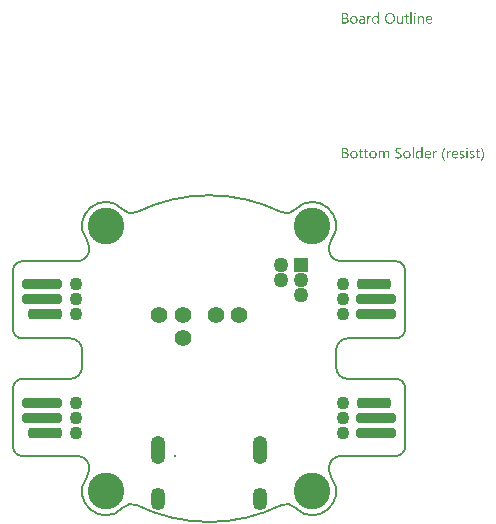
<source format=gbs>
G04*
G04 #@! TF.GenerationSoftware,Altium Limited,Altium Designer,21.8.1 (53)*
G04*
G04 Layer_Color=16711935*
%FSAX25Y25*%
%MOIN*%
G70*
G04*
G04 #@! TF.SameCoordinates,7A0B2967-6A00-4F57-884A-72BECA2B0823*
G04*
G04*
G04 #@! TF.FilePolarity,Negative*
G04*
G01*
G75*
%ADD12C,0.00787*%
%ADD50C,0.00591*%
%ADD51C,0.12205*%
G04:AMPARAMS|DCode=52|XSize=49.21mil|YSize=72.84mil|CornerRadius=22.44mil|HoleSize=0mil|Usage=FLASHONLY|Rotation=0.000|XOffset=0mil|YOffset=0mil|HoleType=Round|Shape=RoundedRectangle|*
%AMROUNDEDRECTD52*
21,1,0.04921,0.02795,0,0,0.0*
21,1,0.00433,0.07284,0,0,0.0*
1,1,0.04488,0.00217,-0.01398*
1,1,0.04488,-0.00217,-0.01398*
1,1,0.04488,-0.00217,0.01398*
1,1,0.04488,0.00217,0.01398*
%
%ADD52ROUNDEDRECTD52*%
G04:AMPARAMS|DCode=53|XSize=49.21mil|YSize=92.52mil|CornerRadius=22.44mil|HoleSize=0mil|Usage=FLASHONLY|Rotation=0.000|XOffset=0mil|YOffset=0mil|HoleType=Round|Shape=RoundedRectangle|*
%AMROUNDEDRECTD53*
21,1,0.04921,0.04764,0,0,0.0*
21,1,0.00433,0.09252,0,0,0.0*
1,1,0.04488,0.00217,-0.02382*
1,1,0.04488,-0.00217,-0.02382*
1,1,0.04488,-0.00217,0.02382*
1,1,0.04488,0.00217,0.02382*
%
%ADD53ROUNDEDRECTD53*%
G04:AMPARAMS|DCode=54|XSize=5.91mil|YSize=5.91mil|CornerRadius=0mil|HoleSize=0mil|Usage=FLASHONLY|Rotation=0.000|XOffset=0mil|YOffset=0mil|HoleType=Round|Shape=RoundedRectangle|*
%AMROUNDEDRECTD54*
21,1,0.00591,0.00591,0,0,0.0*
21,1,0.00591,0.00591,0,0,0.0*
1,1,0.00000,0.00295,-0.00295*
1,1,0.00000,-0.00295,-0.00295*
1,1,0.00000,-0.00295,0.00295*
1,1,0.00000,0.00295,0.00295*
%
%ADD54ROUNDEDRECTD54*%
%ADD55R,0.04961X0.04961*%
%ADD56C,0.04961*%
G04:AMPARAMS|DCode=69|XSize=35.43mil|YSize=135.83mil|CornerRadius=13.82mil|HoleSize=0mil|Usage=FLASHONLY|Rotation=270.000|XOffset=0mil|YOffset=0mil|HoleType=Round|Shape=RoundedRectangle|*
%AMROUNDEDRECTD69*
21,1,0.03543,0.10819,0,0,270.0*
21,1,0.00780,0.13583,0,0,270.0*
1,1,0.02764,-0.05409,-0.00390*
1,1,0.02764,-0.05409,0.00390*
1,1,0.02764,0.05409,0.00390*
1,1,0.02764,0.05409,-0.00390*
%
%ADD69ROUNDEDRECTD69*%
G04:AMPARAMS|DCode=70|XSize=35.43mil|YSize=116.14mil|CornerRadius=13.82mil|HoleSize=0mil|Usage=FLASHONLY|Rotation=270.000|XOffset=0mil|YOffset=0mil|HoleType=Round|Shape=RoundedRectangle|*
%AMROUNDEDRECTD70*
21,1,0.03543,0.08850,0,0,270.0*
21,1,0.00780,0.11614,0,0,270.0*
1,1,0.02764,-0.04425,-0.00390*
1,1,0.02764,-0.04425,0.00390*
1,1,0.02764,0.04425,0.00390*
1,1,0.02764,0.04425,-0.00390*
%
%ADD70ROUNDEDRECTD70*%
%ADD72C,0.04331*%
%ADD73C,0.05591*%
G36*
X0068599Y0167500D02*
X0068624D01*
X0068679Y0167475D01*
X0068710Y0167456D01*
X0068741Y0167432D01*
X0068747Y0167426D01*
X0068754Y0167419D01*
X0068785Y0167382D01*
X0068809Y0167320D01*
X0068815Y0167283D01*
X0068822Y0167246D01*
Y0167240D01*
Y0167227D01*
X0068815Y0167209D01*
X0068809Y0167184D01*
X0068791Y0167122D01*
X0068766Y0167091D01*
X0068741Y0167060D01*
X0068735D01*
X0068729Y0167048D01*
X0068692Y0167023D01*
X0068636Y0166998D01*
X0068599Y0166992D01*
X0068562Y0166986D01*
X0068543D01*
X0068525Y0166992D01*
X0068500D01*
X0068438Y0167017D01*
X0068407Y0167029D01*
X0068376Y0167054D01*
Y0167060D01*
X0068364Y0167066D01*
X0068351Y0167085D01*
X0068339Y0167104D01*
X0068314Y0167166D01*
X0068308Y0167203D01*
X0068302Y0167246D01*
Y0167252D01*
Y0167264D01*
X0068308Y0167283D01*
X0068314Y0167314D01*
X0068333Y0167370D01*
X0068351Y0167401D01*
X0068376Y0167432D01*
X0068382Y0167438D01*
X0068388Y0167444D01*
X0068426Y0167469D01*
X0068487Y0167493D01*
X0068525Y0167506D01*
X0068580D01*
X0068599Y0167500D01*
D02*
G37*
G36*
X0056609Y0163835D02*
X0056207D01*
Y0164256D01*
X0056194D01*
Y0164250D01*
X0056182Y0164238D01*
X0056163Y0164213D01*
X0056145Y0164182D01*
X0056114Y0164145D01*
X0056077Y0164108D01*
X0056033Y0164064D01*
X0055984Y0164021D01*
X0055928Y0163971D01*
X0055860Y0163928D01*
X0055792Y0163891D01*
X0055711Y0163854D01*
X0055631Y0163823D01*
X0055538Y0163798D01*
X0055439Y0163786D01*
X0055334Y0163779D01*
X0055290D01*
X0055253Y0163786D01*
X0055216Y0163792D01*
X0055167Y0163798D01*
X0055061Y0163823D01*
X0054937Y0163860D01*
X0054814Y0163922D01*
X0054746Y0163959D01*
X0054690Y0164002D01*
X0054628Y0164058D01*
X0054572Y0164114D01*
Y0164120D01*
X0054560Y0164132D01*
X0054548Y0164151D01*
X0054529Y0164176D01*
X0054510Y0164207D01*
X0054486Y0164250D01*
X0054461Y0164299D01*
X0054436Y0164355D01*
X0054405Y0164417D01*
X0054380Y0164485D01*
X0054356Y0164559D01*
X0054337Y0164640D01*
X0054318Y0164727D01*
X0054306Y0164826D01*
X0054300Y0164925D01*
X0054294Y0165030D01*
Y0165036D01*
Y0165055D01*
Y0165092D01*
X0054300Y0165135D01*
X0054306Y0165185D01*
X0054312Y0165247D01*
X0054318Y0165315D01*
X0054331Y0165389D01*
X0054368Y0165550D01*
X0054424Y0165717D01*
X0054461Y0165797D01*
X0054504Y0165878D01*
X0054548Y0165952D01*
X0054603Y0166026D01*
X0054610Y0166033D01*
X0054616Y0166045D01*
X0054634Y0166064D01*
X0054659Y0166088D01*
X0054690Y0166113D01*
X0054733Y0166144D01*
X0054777Y0166181D01*
X0054826Y0166218D01*
X0054950Y0166287D01*
X0055092Y0166348D01*
X0055173Y0166367D01*
X0055259Y0166385D01*
X0055346Y0166398D01*
X0055445Y0166404D01*
X0055495D01*
X0055532Y0166398D01*
X0055569Y0166392D01*
X0055618Y0166385D01*
X0055730Y0166355D01*
X0055854Y0166305D01*
X0055915Y0166274D01*
X0055977Y0166231D01*
X0056039Y0166187D01*
X0056095Y0166132D01*
X0056145Y0166070D01*
X0056194Y0165996D01*
X0056207D01*
Y0167555D01*
X0056609D01*
Y0163835D01*
D02*
G37*
G36*
X0070877Y0166398D02*
X0070951Y0166392D01*
X0071044Y0166373D01*
X0071143Y0166342D01*
X0071248Y0166293D01*
X0071353Y0166225D01*
X0071397Y0166187D01*
X0071440Y0166138D01*
X0071452Y0166126D01*
X0071477Y0166088D01*
X0071508Y0166026D01*
X0071552Y0165940D01*
X0071589Y0165835D01*
X0071626Y0165705D01*
X0071650Y0165550D01*
X0071657Y0165370D01*
Y0163835D01*
X0071254D01*
Y0165265D01*
Y0165271D01*
Y0165302D01*
X0071248Y0165339D01*
Y0165389D01*
X0071236Y0165451D01*
X0071223Y0165519D01*
X0071205Y0165593D01*
X0071180Y0165667D01*
X0071149Y0165742D01*
X0071112Y0165810D01*
X0071062Y0165878D01*
X0071007Y0165940D01*
X0070945Y0165989D01*
X0070864Y0166026D01*
X0070778Y0166058D01*
X0070673Y0166064D01*
X0070660D01*
X0070623Y0166058D01*
X0070567Y0166051D01*
X0070499Y0166033D01*
X0070419Y0166008D01*
X0070332Y0165965D01*
X0070252Y0165909D01*
X0070171Y0165835D01*
X0070165Y0165822D01*
X0070140Y0165797D01*
X0070109Y0165748D01*
X0070072Y0165680D01*
X0070035Y0165599D01*
X0070004Y0165500D01*
X0069979Y0165389D01*
X0069973Y0165265D01*
Y0163835D01*
X0069571D01*
Y0166348D01*
X0069973D01*
Y0165928D01*
X0069985D01*
X0069992Y0165934D01*
X0069998Y0165946D01*
X0070016Y0165971D01*
X0070041Y0166002D01*
X0070066Y0166039D01*
X0070103Y0166076D01*
X0070146Y0166119D01*
X0070196Y0166169D01*
X0070252Y0166212D01*
X0070314Y0166255D01*
X0070382Y0166293D01*
X0070456Y0166330D01*
X0070530Y0166361D01*
X0070617Y0166385D01*
X0070710Y0166398D01*
X0070809Y0166404D01*
X0070846D01*
X0070877Y0166398D01*
D02*
G37*
G36*
X0053879Y0166385D02*
X0053953Y0166379D01*
X0053997Y0166367D01*
X0054028Y0166355D01*
Y0165940D01*
X0054021Y0165946D01*
X0054009Y0165952D01*
X0053984Y0165965D01*
X0053953Y0165983D01*
X0053910Y0165996D01*
X0053854Y0166008D01*
X0053792Y0166014D01*
X0053724Y0166020D01*
X0053712D01*
X0053681Y0166014D01*
X0053631Y0166008D01*
X0053576Y0165989D01*
X0053501Y0165958D01*
X0053433Y0165915D01*
X0053359Y0165853D01*
X0053291Y0165773D01*
X0053285Y0165760D01*
X0053266Y0165729D01*
X0053235Y0165674D01*
X0053204Y0165599D01*
X0053173Y0165506D01*
X0053142Y0165389D01*
X0053124Y0165259D01*
X0053118Y0165110D01*
Y0163835D01*
X0052715D01*
Y0166348D01*
X0053118D01*
Y0165828D01*
X0053130D01*
Y0165835D01*
X0053136Y0165841D01*
X0053149Y0165872D01*
X0053167Y0165921D01*
X0053198Y0165983D01*
X0053229Y0166045D01*
X0053279Y0166113D01*
X0053328Y0166181D01*
X0053390Y0166243D01*
X0053396Y0166249D01*
X0053421Y0166268D01*
X0053458Y0166293D01*
X0053508Y0166317D01*
X0053563Y0166342D01*
X0053631Y0166367D01*
X0053706Y0166385D01*
X0053786Y0166392D01*
X0053842D01*
X0053879Y0166385D01*
D02*
G37*
G36*
X0064619Y0163835D02*
X0064216D01*
Y0164231D01*
X0064204D01*
Y0164225D01*
X0064192Y0164213D01*
X0064179Y0164188D01*
X0064154Y0164163D01*
X0064099Y0164089D01*
X0064012Y0164009D01*
X0063963Y0163965D01*
X0063907Y0163922D01*
X0063845Y0163885D01*
X0063771Y0163848D01*
X0063696Y0163823D01*
X0063616Y0163798D01*
X0063523Y0163786D01*
X0063430Y0163779D01*
X0063393D01*
X0063350Y0163786D01*
X0063288Y0163798D01*
X0063220Y0163811D01*
X0063146Y0163835D01*
X0063065Y0163866D01*
X0062985Y0163916D01*
X0062898Y0163971D01*
X0062817Y0164040D01*
X0062743Y0164126D01*
X0062675Y0164231D01*
X0062613Y0164349D01*
X0062570Y0164491D01*
X0062545Y0164658D01*
X0062533Y0164745D01*
Y0164844D01*
Y0166348D01*
X0062929D01*
Y0164906D01*
Y0164900D01*
Y0164875D01*
X0062935Y0164832D01*
X0062941Y0164782D01*
X0062947Y0164720D01*
X0062960Y0164658D01*
X0062978Y0164584D01*
X0063003Y0164510D01*
X0063040Y0164436D01*
X0063077Y0164368D01*
X0063127Y0164299D01*
X0063189Y0164238D01*
X0063257Y0164188D01*
X0063337Y0164151D01*
X0063436Y0164120D01*
X0063542Y0164114D01*
X0063554D01*
X0063591Y0164120D01*
X0063647Y0164126D01*
X0063709Y0164139D01*
X0063789Y0164170D01*
X0063870Y0164207D01*
X0063950Y0164256D01*
X0064024Y0164330D01*
X0064031Y0164343D01*
X0064055Y0164368D01*
X0064086Y0164417D01*
X0064123Y0164485D01*
X0064154Y0164566D01*
X0064185Y0164665D01*
X0064210Y0164776D01*
X0064216Y0164900D01*
Y0166348D01*
X0064619D01*
Y0163835D01*
D02*
G37*
G36*
X0068754D02*
X0068351D01*
Y0166348D01*
X0068754D01*
Y0163835D01*
D02*
G37*
G36*
X0067534D02*
X0067132D01*
Y0167555D01*
X0067534D01*
Y0163835D01*
D02*
G37*
G36*
X0051155Y0166398D02*
X0051211Y0166392D01*
X0051279Y0166373D01*
X0051354Y0166355D01*
X0051434Y0166324D01*
X0051521Y0166287D01*
X0051601Y0166237D01*
X0051682Y0166175D01*
X0051756Y0166101D01*
X0051824Y0166008D01*
X0051880Y0165903D01*
X0051923Y0165779D01*
X0051948Y0165637D01*
X0051960Y0165469D01*
Y0163835D01*
X0051558D01*
Y0164225D01*
X0051545D01*
Y0164219D01*
X0051533Y0164207D01*
X0051521Y0164182D01*
X0051496Y0164157D01*
X0051434Y0164083D01*
X0051354Y0164002D01*
X0051242Y0163922D01*
X0051112Y0163848D01*
X0051032Y0163823D01*
X0050951Y0163798D01*
X0050864Y0163786D01*
X0050772Y0163779D01*
X0050735D01*
X0050710Y0163786D01*
X0050642Y0163792D01*
X0050561Y0163804D01*
X0050462Y0163829D01*
X0050369Y0163860D01*
X0050270Y0163909D01*
X0050184Y0163971D01*
X0050177Y0163984D01*
X0050153Y0164009D01*
X0050116Y0164052D01*
X0050078Y0164114D01*
X0050041Y0164188D01*
X0050004Y0164275D01*
X0049979Y0164380D01*
X0049973Y0164498D01*
Y0164504D01*
Y0164529D01*
X0049979Y0164566D01*
X0049986Y0164609D01*
X0049998Y0164665D01*
X0050016Y0164727D01*
X0050041Y0164795D01*
X0050078Y0164863D01*
X0050122Y0164937D01*
X0050177Y0165011D01*
X0050245Y0165079D01*
X0050326Y0165141D01*
X0050419Y0165203D01*
X0050530Y0165253D01*
X0050654Y0165290D01*
X0050803Y0165321D01*
X0051558Y0165426D01*
Y0165432D01*
Y0165451D01*
X0051552Y0165488D01*
Y0165525D01*
X0051539Y0165575D01*
X0051533Y0165630D01*
X0051496Y0165748D01*
X0051465Y0165804D01*
X0051434Y0165859D01*
X0051391Y0165915D01*
X0051341Y0165965D01*
X0051279Y0166008D01*
X0051211Y0166039D01*
X0051131Y0166058D01*
X0051038Y0166064D01*
X0050994D01*
X0050963Y0166058D01*
X0050920D01*
X0050877Y0166045D01*
X0050766Y0166026D01*
X0050642Y0165989D01*
X0050506Y0165934D01*
X0050431Y0165896D01*
X0050363Y0165859D01*
X0050289Y0165810D01*
X0050221Y0165754D01*
Y0166169D01*
X0050227D01*
X0050239Y0166181D01*
X0050258Y0166194D01*
X0050289Y0166206D01*
X0050320Y0166225D01*
X0050363Y0166243D01*
X0050413Y0166262D01*
X0050468Y0166287D01*
X0050592Y0166330D01*
X0050741Y0166367D01*
X0050902Y0166392D01*
X0051075Y0166404D01*
X0051112D01*
X0051155Y0166398D01*
D02*
G37*
G36*
X0045467Y0167345D02*
X0045510D01*
X0045553Y0167339D01*
X0045652Y0167326D01*
X0045770Y0167296D01*
X0045894Y0167258D01*
X0046011Y0167203D01*
X0046117Y0167128D01*
X0046123D01*
X0046129Y0167116D01*
X0046160Y0167091D01*
X0046203Y0167042D01*
X0046253Y0166974D01*
X0046296Y0166887D01*
X0046340Y0166788D01*
X0046371Y0166676D01*
X0046383Y0166615D01*
Y0166546D01*
Y0166540D01*
Y0166534D01*
Y0166497D01*
X0046377Y0166441D01*
X0046364Y0166373D01*
X0046346Y0166287D01*
X0046315Y0166200D01*
X0046278Y0166113D01*
X0046222Y0166026D01*
X0046216Y0166014D01*
X0046191Y0165989D01*
X0046154Y0165952D01*
X0046104Y0165903D01*
X0046042Y0165853D01*
X0045968Y0165797D01*
X0045875Y0165754D01*
X0045776Y0165711D01*
Y0165705D01*
X0045795D01*
X0045814Y0165698D01*
X0045832Y0165692D01*
X0045900Y0165680D01*
X0045981Y0165655D01*
X0046067Y0165618D01*
X0046160Y0165575D01*
X0046253Y0165513D01*
X0046340Y0165432D01*
X0046352Y0165420D01*
X0046377Y0165389D01*
X0046408Y0165346D01*
X0046451Y0165278D01*
X0046488Y0165191D01*
X0046525Y0165092D01*
X0046550Y0164974D01*
X0046556Y0164844D01*
Y0164838D01*
Y0164826D01*
Y0164801D01*
X0046550Y0164770D01*
X0046544Y0164733D01*
X0046538Y0164690D01*
X0046513Y0164584D01*
X0046476Y0164467D01*
X0046420Y0164343D01*
X0046383Y0164287D01*
X0046340Y0164225D01*
X0046284Y0164170D01*
X0046228Y0164114D01*
X0046222D01*
X0046216Y0164101D01*
X0046197Y0164089D01*
X0046172Y0164070D01*
X0046141Y0164052D01*
X0046098Y0164027D01*
X0046005Y0163978D01*
X0045888Y0163922D01*
X0045752Y0163879D01*
X0045591Y0163848D01*
X0045510Y0163841D01*
X0045417Y0163835D01*
X0044390D01*
Y0167351D01*
X0045436D01*
X0045467Y0167345D01*
D02*
G37*
G36*
X0065962Y0166348D02*
X0066600D01*
Y0166002D01*
X0065962D01*
Y0164584D01*
Y0164572D01*
Y0164541D01*
X0065968Y0164498D01*
X0065974Y0164442D01*
X0065999Y0164324D01*
X0066018Y0164269D01*
X0066049Y0164225D01*
X0066055Y0164219D01*
X0066067Y0164207D01*
X0066086Y0164194D01*
X0066117Y0164176D01*
X0066154Y0164151D01*
X0066203Y0164139D01*
X0066265Y0164126D01*
X0066333Y0164120D01*
X0066358D01*
X0066389Y0164126D01*
X0066426Y0164132D01*
X0066513Y0164157D01*
X0066556Y0164176D01*
X0066600Y0164200D01*
Y0163854D01*
X0066593D01*
X0066575Y0163841D01*
X0066544Y0163835D01*
X0066500Y0163823D01*
X0066445Y0163811D01*
X0066383Y0163798D01*
X0066309Y0163792D01*
X0066222Y0163786D01*
X0066191D01*
X0066160Y0163792D01*
X0066117Y0163798D01*
X0066067Y0163811D01*
X0066011Y0163823D01*
X0065956Y0163848D01*
X0065894Y0163879D01*
X0065832Y0163916D01*
X0065770Y0163965D01*
X0065714Y0164021D01*
X0065665Y0164095D01*
X0065622Y0164176D01*
X0065591Y0164275D01*
X0065566Y0164386D01*
X0065560Y0164516D01*
Y0166002D01*
X0065132D01*
Y0166348D01*
X0065560D01*
Y0166961D01*
X0065962Y0167091D01*
Y0166348D01*
D02*
G37*
G36*
X0073489Y0166398D02*
X0073532Y0166392D01*
X0073576Y0166385D01*
X0073687Y0166367D01*
X0073811Y0166324D01*
X0073935Y0166268D01*
X0073997Y0166231D01*
X0074058Y0166187D01*
X0074114Y0166138D01*
X0074170Y0166082D01*
X0074176Y0166076D01*
X0074182Y0166070D01*
X0074195Y0166051D01*
X0074213Y0166026D01*
X0074232Y0165989D01*
X0074256Y0165952D01*
X0074281Y0165909D01*
X0074306Y0165853D01*
X0074331Y0165791D01*
X0074356Y0165729D01*
X0074380Y0165655D01*
X0074399Y0165575D01*
X0074417Y0165488D01*
X0074430Y0165401D01*
X0074442Y0165302D01*
Y0165197D01*
Y0164987D01*
X0072666D01*
Y0164980D01*
Y0164968D01*
Y0164950D01*
X0072672Y0164918D01*
X0072678Y0164881D01*
Y0164844D01*
X0072697Y0164745D01*
X0072728Y0164646D01*
X0072765Y0164535D01*
X0072820Y0164429D01*
X0072888Y0164337D01*
X0072901Y0164324D01*
X0072926Y0164299D01*
X0072975Y0164269D01*
X0073043Y0164225D01*
X0073130Y0164182D01*
X0073229Y0164151D01*
X0073347Y0164126D01*
X0073483Y0164114D01*
X0073526D01*
X0073557Y0164120D01*
X0073594D01*
X0073637Y0164126D01*
X0073743Y0164151D01*
X0073860Y0164182D01*
X0073990Y0164231D01*
X0074126Y0164299D01*
X0074195Y0164343D01*
X0074263Y0164392D01*
Y0164015D01*
X0074256D01*
X0074250Y0164002D01*
X0074232Y0163996D01*
X0074201Y0163978D01*
X0074170Y0163959D01*
X0074133Y0163941D01*
X0074083Y0163922D01*
X0074034Y0163897D01*
X0073972Y0163872D01*
X0073904Y0163854D01*
X0073755Y0163817D01*
X0073582Y0163792D01*
X0073390Y0163779D01*
X0073340D01*
X0073303Y0163786D01*
X0073260Y0163792D01*
X0073204Y0163798D01*
X0073087Y0163823D01*
X0072950Y0163860D01*
X0072814Y0163922D01*
X0072746Y0163965D01*
X0072678Y0164009D01*
X0072616Y0164058D01*
X0072554Y0164120D01*
X0072548Y0164126D01*
X0072542Y0164139D01*
X0072530Y0164157D01*
X0072505Y0164182D01*
X0072486Y0164219D01*
X0072461Y0164262D01*
X0072430Y0164312D01*
X0072406Y0164368D01*
X0072375Y0164429D01*
X0072350Y0164504D01*
X0072319Y0164584D01*
X0072300Y0164671D01*
X0072282Y0164764D01*
X0072263Y0164863D01*
X0072257Y0164968D01*
X0072251Y0165079D01*
Y0165086D01*
Y0165104D01*
Y0165135D01*
X0072257Y0165179D01*
X0072263Y0165228D01*
X0072269Y0165284D01*
X0072276Y0165352D01*
X0072294Y0165420D01*
X0072331Y0165568D01*
X0072387Y0165729D01*
X0072424Y0165810D01*
X0072474Y0165884D01*
X0072523Y0165965D01*
X0072579Y0166033D01*
X0072585Y0166039D01*
X0072598Y0166051D01*
X0072616Y0166070D01*
X0072641Y0166088D01*
X0072672Y0166119D01*
X0072709Y0166150D01*
X0072759Y0166181D01*
X0072808Y0166218D01*
X0072926Y0166287D01*
X0073068Y0166348D01*
X0073149Y0166367D01*
X0073229Y0166385D01*
X0073316Y0166398D01*
X0073409Y0166404D01*
X0073458D01*
X0073489Y0166398D01*
D02*
G37*
G36*
X0060447Y0167407D02*
X0060509Y0167401D01*
X0060583Y0167388D01*
X0060663Y0167370D01*
X0060750Y0167351D01*
X0060837Y0167326D01*
X0060936Y0167296D01*
X0061028Y0167252D01*
X0061128Y0167203D01*
X0061227Y0167147D01*
X0061319Y0167079D01*
X0061412Y0167005D01*
X0061499Y0166918D01*
X0061505Y0166912D01*
X0061518Y0166893D01*
X0061542Y0166868D01*
X0061567Y0166831D01*
X0061604Y0166782D01*
X0061641Y0166720D01*
X0061678Y0166652D01*
X0061722Y0166577D01*
X0061765Y0166485D01*
X0061802Y0166392D01*
X0061839Y0166287D01*
X0061876Y0166169D01*
X0061901Y0166051D01*
X0061926Y0165921D01*
X0061938Y0165779D01*
X0061945Y0165637D01*
Y0165624D01*
Y0165599D01*
Y0165556D01*
X0061938Y0165494D01*
X0061932Y0165420D01*
X0061920Y0165339D01*
X0061908Y0165247D01*
X0061889Y0165141D01*
X0061864Y0165036D01*
X0061833Y0164925D01*
X0061796Y0164813D01*
X0061753Y0164702D01*
X0061697Y0164584D01*
X0061635Y0164479D01*
X0061567Y0164374D01*
X0061487Y0164275D01*
X0061480Y0164269D01*
X0061468Y0164256D01*
X0061437Y0164231D01*
X0061406Y0164200D01*
X0061357Y0164157D01*
X0061301Y0164120D01*
X0061239Y0164070D01*
X0061165Y0164027D01*
X0061084Y0163984D01*
X0060991Y0163934D01*
X0060892Y0163897D01*
X0060781Y0163860D01*
X0060663Y0163823D01*
X0060540Y0163798D01*
X0060409Y0163786D01*
X0060267Y0163779D01*
X0060236D01*
X0060193Y0163786D01*
X0060143D01*
X0060081Y0163792D01*
X0060007Y0163804D01*
X0059927Y0163823D01*
X0059834Y0163841D01*
X0059741Y0163866D01*
X0059642Y0163897D01*
X0059543Y0163941D01*
X0059444Y0163984D01*
X0059345Y0164040D01*
X0059246Y0164108D01*
X0059153Y0164182D01*
X0059066Y0164269D01*
X0059060Y0164275D01*
X0059048Y0164293D01*
X0059023Y0164318D01*
X0058998Y0164355D01*
X0058961Y0164405D01*
X0058924Y0164467D01*
X0058887Y0164535D01*
X0058843Y0164615D01*
X0058800Y0164702D01*
X0058763Y0164795D01*
X0058726Y0164900D01*
X0058689Y0165017D01*
X0058664Y0165135D01*
X0058639Y0165265D01*
X0058627Y0165408D01*
X0058621Y0165550D01*
Y0165562D01*
Y0165587D01*
X0058627Y0165630D01*
Y0165692D01*
X0058633Y0165760D01*
X0058645Y0165847D01*
X0058658Y0165940D01*
X0058676Y0166039D01*
X0058701Y0166144D01*
X0058732Y0166255D01*
X0058769Y0166367D01*
X0058812Y0166478D01*
X0058868Y0166590D01*
X0058930Y0166701D01*
X0058998Y0166806D01*
X0059079Y0166905D01*
X0059085Y0166912D01*
X0059097Y0166930D01*
X0059128Y0166955D01*
X0059165Y0166986D01*
X0059209Y0167023D01*
X0059264Y0167066D01*
X0059332Y0167110D01*
X0059407Y0167159D01*
X0059493Y0167209D01*
X0059586Y0167252D01*
X0059685Y0167296D01*
X0059797Y0167333D01*
X0059921Y0167364D01*
X0060050Y0167394D01*
X0060187Y0167407D01*
X0060329Y0167413D01*
X0060397D01*
X0060447Y0167407D01*
D02*
G37*
G36*
X0048419Y0166398D02*
X0048463Y0166392D01*
X0048518Y0166385D01*
X0048642Y0166361D01*
X0048785Y0166317D01*
X0048927Y0166255D01*
X0049001Y0166218D01*
X0049069Y0166175D01*
X0049137Y0166119D01*
X0049199Y0166058D01*
X0049206Y0166051D01*
X0049212Y0166039D01*
X0049230Y0166020D01*
X0049249Y0165996D01*
X0049274Y0165958D01*
X0049298Y0165915D01*
X0049329Y0165866D01*
X0049360Y0165810D01*
X0049385Y0165742D01*
X0049416Y0165674D01*
X0049441Y0165593D01*
X0049466Y0165506D01*
X0049484Y0165414D01*
X0049503Y0165315D01*
X0049509Y0165209D01*
X0049515Y0165098D01*
Y0165092D01*
Y0165073D01*
Y0165042D01*
X0049509Y0164999D01*
X0049503Y0164950D01*
X0049496Y0164888D01*
X0049484Y0164826D01*
X0049472Y0164751D01*
X0049435Y0164603D01*
X0049373Y0164442D01*
X0049336Y0164361D01*
X0049286Y0164281D01*
X0049237Y0164207D01*
X0049175Y0164139D01*
X0049168Y0164132D01*
X0049156Y0164126D01*
X0049137Y0164108D01*
X0049113Y0164083D01*
X0049076Y0164058D01*
X0049038Y0164027D01*
X0048989Y0163990D01*
X0048933Y0163959D01*
X0048871Y0163928D01*
X0048803Y0163891D01*
X0048729Y0163860D01*
X0048649Y0163835D01*
X0048562Y0163811D01*
X0048469Y0163798D01*
X0048370Y0163786D01*
X0048265Y0163779D01*
X0048209D01*
X0048172Y0163786D01*
X0048129Y0163792D01*
X0048073Y0163798D01*
X0048011Y0163811D01*
X0047943Y0163823D01*
X0047800Y0163866D01*
X0047652Y0163928D01*
X0047578Y0163965D01*
X0047510Y0164015D01*
X0047441Y0164064D01*
X0047373Y0164126D01*
X0047367Y0164132D01*
X0047361Y0164145D01*
X0047342Y0164163D01*
X0047324Y0164188D01*
X0047299Y0164225D01*
X0047268Y0164269D01*
X0047237Y0164318D01*
X0047212Y0164374D01*
X0047181Y0164442D01*
X0047150Y0164510D01*
X0047120Y0164584D01*
X0047095Y0164671D01*
X0047058Y0164857D01*
X0047052Y0164956D01*
X0047045Y0165061D01*
Y0165067D01*
Y0165092D01*
Y0165123D01*
X0047052Y0165166D01*
X0047058Y0165216D01*
X0047064Y0165278D01*
X0047076Y0165346D01*
X0047089Y0165420D01*
X0047126Y0165581D01*
X0047188Y0165742D01*
X0047231Y0165822D01*
X0047274Y0165903D01*
X0047324Y0165977D01*
X0047386Y0166045D01*
X0047392Y0166051D01*
X0047404Y0166064D01*
X0047423Y0166076D01*
X0047448Y0166101D01*
X0047485Y0166126D01*
X0047528Y0166156D01*
X0047578Y0166194D01*
X0047633Y0166225D01*
X0047695Y0166255D01*
X0047769Y0166293D01*
X0047844Y0166324D01*
X0047930Y0166348D01*
X0048017Y0166373D01*
X0048116Y0166392D01*
X0048221Y0166398D01*
X0048327Y0166404D01*
X0048382D01*
X0048419Y0166398D01*
D02*
G37*
G36*
X0086030Y0122573D02*
X0086055D01*
X0086110Y0122548D01*
X0086141Y0122530D01*
X0086172Y0122505D01*
X0086178Y0122499D01*
X0086185Y0122493D01*
X0086216Y0122456D01*
X0086240Y0122394D01*
X0086247Y0122357D01*
X0086253Y0122319D01*
Y0122313D01*
Y0122301D01*
X0086247Y0122282D01*
X0086240Y0122257D01*
X0086222Y0122196D01*
X0086197Y0122165D01*
X0086172Y0122134D01*
X0086166D01*
X0086160Y0122121D01*
X0086123Y0122097D01*
X0086067Y0122072D01*
X0086030Y0122066D01*
X0085993Y0122060D01*
X0085974D01*
X0085956Y0122066D01*
X0085931D01*
X0085869Y0122090D01*
X0085838Y0122103D01*
X0085807Y0122127D01*
Y0122134D01*
X0085795Y0122140D01*
X0085782Y0122159D01*
X0085770Y0122177D01*
X0085745Y0122239D01*
X0085739Y0122276D01*
X0085733Y0122319D01*
Y0122326D01*
Y0122338D01*
X0085739Y0122357D01*
X0085745Y0122388D01*
X0085764Y0122443D01*
X0085782Y0122474D01*
X0085807Y0122505D01*
X0085813Y0122511D01*
X0085819Y0122518D01*
X0085857Y0122542D01*
X0085918Y0122567D01*
X0085956Y0122579D01*
X0086011D01*
X0086030Y0122573D01*
D02*
G37*
G36*
X0063461Y0122480D02*
X0063511D01*
X0063622Y0122468D01*
X0063746Y0122456D01*
X0063870Y0122431D01*
X0063987Y0122400D01*
X0064037Y0122381D01*
X0064086Y0122357D01*
Y0121892D01*
X0064080D01*
X0064074Y0121905D01*
X0064055Y0121911D01*
X0064031Y0121930D01*
X0064000Y0121942D01*
X0063963Y0121960D01*
X0063870Y0122004D01*
X0063758Y0122041D01*
X0063622Y0122078D01*
X0063461Y0122103D01*
X0063288Y0122109D01*
X0063238D01*
X0063201Y0122103D01*
X0063164D01*
X0063115Y0122097D01*
X0063016Y0122078D01*
X0063009D01*
X0062991Y0122072D01*
X0062966Y0122066D01*
X0062935Y0122060D01*
X0062861Y0122029D01*
X0062774Y0121991D01*
X0062768D01*
X0062756Y0121979D01*
X0062737Y0121967D01*
X0062712Y0121948D01*
X0062656Y0121892D01*
X0062601Y0121824D01*
Y0121818D01*
X0062588Y0121806D01*
X0062582Y0121787D01*
X0062570Y0121756D01*
X0062557Y0121719D01*
X0062551Y0121682D01*
X0062539Y0121583D01*
Y0121577D01*
Y0121558D01*
Y0121533D01*
X0062545Y0121502D01*
X0062557Y0121428D01*
X0062588Y0121348D01*
Y0121341D01*
X0062601Y0121329D01*
X0062607Y0121310D01*
X0062625Y0121286D01*
X0062675Y0121230D01*
X0062737Y0121168D01*
X0062743Y0121162D01*
X0062756Y0121156D01*
X0062774Y0121137D01*
X0062805Y0121119D01*
X0062842Y0121094D01*
X0062879Y0121069D01*
X0062978Y0121007D01*
X0062985Y0121001D01*
X0063003Y0120995D01*
X0063034Y0120976D01*
X0063071Y0120958D01*
X0063121Y0120933D01*
X0063176Y0120908D01*
X0063300Y0120846D01*
X0063306Y0120840D01*
X0063331Y0120828D01*
X0063368Y0120809D01*
X0063418Y0120784D01*
X0063473Y0120760D01*
X0063535Y0120722D01*
X0063659Y0120648D01*
X0063665Y0120642D01*
X0063690Y0120630D01*
X0063721Y0120611D01*
X0063765Y0120580D01*
X0063857Y0120506D01*
X0063956Y0120419D01*
X0063963Y0120413D01*
X0063981Y0120401D01*
X0064000Y0120370D01*
X0064031Y0120339D01*
X0064062Y0120295D01*
X0064099Y0120252D01*
X0064161Y0120141D01*
X0064167Y0120134D01*
X0064173Y0120116D01*
X0064185Y0120085D01*
X0064198Y0120042D01*
X0064210Y0119992D01*
X0064223Y0119930D01*
X0064235Y0119868D01*
Y0119794D01*
Y0119781D01*
Y0119751D01*
X0064229Y0119701D01*
X0064223Y0119639D01*
X0064210Y0119571D01*
X0064192Y0119497D01*
X0064167Y0119422D01*
X0064130Y0119354D01*
X0064123Y0119348D01*
X0064111Y0119324D01*
X0064086Y0119292D01*
X0064062Y0119249D01*
X0064018Y0119206D01*
X0063975Y0119156D01*
X0063919Y0119107D01*
X0063857Y0119057D01*
X0063851Y0119051D01*
X0063826Y0119039D01*
X0063789Y0119020D01*
X0063740Y0118995D01*
X0063684Y0118971D01*
X0063616Y0118946D01*
X0063535Y0118921D01*
X0063455Y0118903D01*
X0063443D01*
X0063418Y0118896D01*
X0063375Y0118890D01*
X0063313Y0118878D01*
X0063244Y0118872D01*
X0063164Y0118859D01*
X0063077Y0118853D01*
X0062929D01*
X0062861Y0118859D01*
X0062774Y0118865D01*
X0062756D01*
X0062731Y0118872D01*
X0062700Y0118878D01*
X0062619Y0118884D01*
X0062527Y0118903D01*
X0062520D01*
X0062502Y0118909D01*
X0062477Y0118915D01*
X0062446Y0118921D01*
X0062372Y0118940D01*
X0062285Y0118965D01*
X0062279D01*
X0062266Y0118971D01*
X0062248Y0118977D01*
X0062223Y0118989D01*
X0062161Y0119014D01*
X0062099Y0119051D01*
Y0119534D01*
X0062106Y0119528D01*
X0062118Y0119522D01*
X0062130Y0119509D01*
X0062155Y0119491D01*
X0062223Y0119447D01*
X0062304Y0119398D01*
X0062310D01*
X0062322Y0119392D01*
X0062347Y0119379D01*
X0062378Y0119367D01*
X0062458Y0119330D01*
X0062545Y0119299D01*
X0062551D01*
X0062570Y0119292D01*
X0062595Y0119286D01*
X0062625Y0119280D01*
X0062712Y0119255D01*
X0062805Y0119237D01*
X0062830D01*
X0062854Y0119231D01*
X0062885D01*
X0062960Y0119224D01*
X0063046Y0119218D01*
X0063108D01*
X0063176Y0119224D01*
X0063263Y0119237D01*
X0063356Y0119249D01*
X0063449Y0119274D01*
X0063535Y0119311D01*
X0063616Y0119354D01*
X0063622Y0119361D01*
X0063647Y0119379D01*
X0063678Y0119416D01*
X0063709Y0119460D01*
X0063746Y0119515D01*
X0063771Y0119590D01*
X0063795Y0119670D01*
X0063802Y0119763D01*
Y0119769D01*
Y0119788D01*
Y0119813D01*
X0063795Y0119850D01*
X0063777Y0119930D01*
X0063740Y0120011D01*
Y0120017D01*
X0063727Y0120029D01*
X0063715Y0120048D01*
X0063696Y0120072D01*
X0063641Y0120134D01*
X0063566Y0120203D01*
X0063560Y0120209D01*
X0063548Y0120221D01*
X0063523Y0120233D01*
X0063492Y0120258D01*
X0063455Y0120283D01*
X0063412Y0120314D01*
X0063306Y0120370D01*
X0063300Y0120376D01*
X0063282Y0120382D01*
X0063251Y0120401D01*
X0063207Y0120419D01*
X0063164Y0120450D01*
X0063108Y0120475D01*
X0062978Y0120543D01*
X0062972Y0120549D01*
X0062947Y0120562D01*
X0062910Y0120580D01*
X0062867Y0120599D01*
X0062817Y0120630D01*
X0062762Y0120660D01*
X0062638Y0120729D01*
X0062632Y0120735D01*
X0062613Y0120747D01*
X0062582Y0120766D01*
X0062545Y0120791D01*
X0062452Y0120859D01*
X0062359Y0120939D01*
X0062353Y0120945D01*
X0062341Y0120958D01*
X0062316Y0120982D01*
X0062291Y0121013D01*
X0062260Y0121057D01*
X0062229Y0121100D01*
X0062174Y0121199D01*
Y0121205D01*
X0062161Y0121224D01*
X0062155Y0121255D01*
X0062143Y0121298D01*
X0062130Y0121348D01*
X0062118Y0121409D01*
X0062112Y0121471D01*
X0062106Y0121546D01*
Y0121558D01*
Y0121589D01*
X0062112Y0121632D01*
X0062118Y0121688D01*
X0062130Y0121756D01*
X0062149Y0121824D01*
X0062174Y0121892D01*
X0062211Y0121960D01*
X0062217Y0121967D01*
X0062229Y0121991D01*
X0062254Y0122022D01*
X0062285Y0122066D01*
X0062322Y0122109D01*
X0062372Y0122159D01*
X0062427Y0122208D01*
X0062489Y0122251D01*
X0062495Y0122257D01*
X0062520Y0122270D01*
X0062557Y0122295D01*
X0062601Y0122319D01*
X0062663Y0122344D01*
X0062725Y0122375D01*
X0062799Y0122400D01*
X0062879Y0122425D01*
X0062892D01*
X0062916Y0122437D01*
X0062960Y0122443D01*
X0063022Y0122456D01*
X0063090Y0122468D01*
X0063164Y0122474D01*
X0063331Y0122487D01*
X0063418D01*
X0063461Y0122480D01*
D02*
G37*
G36*
X0071193Y0118909D02*
X0070790D01*
Y0119330D01*
X0070778D01*
Y0119324D01*
X0070765Y0119311D01*
X0070747Y0119286D01*
X0070728Y0119255D01*
X0070697Y0119218D01*
X0070660Y0119181D01*
X0070617Y0119138D01*
X0070567Y0119095D01*
X0070512Y0119045D01*
X0070443Y0119002D01*
X0070375Y0118965D01*
X0070295Y0118927D01*
X0070214Y0118896D01*
X0070122Y0118872D01*
X0070023Y0118859D01*
X0069917Y0118853D01*
X0069874D01*
X0069837Y0118859D01*
X0069800Y0118865D01*
X0069750Y0118872D01*
X0069645Y0118896D01*
X0069521Y0118933D01*
X0069397Y0118995D01*
X0069329Y0119033D01*
X0069274Y0119076D01*
X0069212Y0119132D01*
X0069156Y0119187D01*
Y0119193D01*
X0069144Y0119206D01*
X0069131Y0119224D01*
X0069113Y0119249D01*
X0069094Y0119280D01*
X0069069Y0119324D01*
X0069045Y0119373D01*
X0069020Y0119429D01*
X0068989Y0119491D01*
X0068964Y0119559D01*
X0068939Y0119633D01*
X0068921Y0119713D01*
X0068902Y0119800D01*
X0068890Y0119899D01*
X0068884Y0119998D01*
X0068877Y0120103D01*
Y0120110D01*
Y0120128D01*
Y0120165D01*
X0068884Y0120209D01*
X0068890Y0120258D01*
X0068896Y0120320D01*
X0068902Y0120388D01*
X0068915Y0120462D01*
X0068952Y0120623D01*
X0069007Y0120791D01*
X0069045Y0120871D01*
X0069088Y0120951D01*
X0069131Y0121026D01*
X0069187Y0121100D01*
X0069193Y0121106D01*
X0069199Y0121119D01*
X0069218Y0121137D01*
X0069243Y0121162D01*
X0069274Y0121187D01*
X0069317Y0121218D01*
X0069360Y0121255D01*
X0069410Y0121292D01*
X0069533Y0121360D01*
X0069676Y0121422D01*
X0069756Y0121440D01*
X0069843Y0121459D01*
X0069930Y0121471D01*
X0070029Y0121478D01*
X0070078D01*
X0070115Y0121471D01*
X0070152Y0121465D01*
X0070202Y0121459D01*
X0070314Y0121428D01*
X0070437Y0121379D01*
X0070499Y0121348D01*
X0070561Y0121304D01*
X0070623Y0121261D01*
X0070679Y0121205D01*
X0070728Y0121143D01*
X0070778Y0121069D01*
X0070790D01*
Y0122629D01*
X0071193D01*
Y0118909D01*
D02*
G37*
G36*
X0087936Y0121471D02*
X0088017Y0121465D01*
X0088103Y0121453D01*
X0088203Y0121428D01*
X0088302Y0121403D01*
X0088401Y0121366D01*
Y0120958D01*
X0088388Y0120964D01*
X0088351Y0120989D01*
X0088295Y0121013D01*
X0088221Y0121051D01*
X0088128Y0121081D01*
X0088017Y0121112D01*
X0087893Y0121131D01*
X0087763Y0121137D01*
X0087695D01*
X0087633Y0121125D01*
X0087559Y0121112D01*
X0087553D01*
X0087546Y0121106D01*
X0087509Y0121094D01*
X0087460Y0121069D01*
X0087404Y0121038D01*
X0087392Y0121032D01*
X0087367Y0121007D01*
X0087336Y0120970D01*
X0087305Y0120927D01*
X0087299Y0120914D01*
X0087287Y0120883D01*
X0087274Y0120840D01*
X0087268Y0120784D01*
Y0120778D01*
Y0120766D01*
Y0120747D01*
X0087274Y0120729D01*
X0087287Y0120673D01*
X0087305Y0120617D01*
X0087311Y0120605D01*
X0087330Y0120580D01*
X0087367Y0120543D01*
X0087410Y0120500D01*
X0087416D01*
X0087423Y0120493D01*
X0087460Y0120469D01*
X0087509Y0120438D01*
X0087577Y0120407D01*
X0087584D01*
X0087596Y0120401D01*
X0087615Y0120394D01*
X0087646Y0120382D01*
X0087714Y0120357D01*
X0087800Y0120320D01*
X0087806D01*
X0087831Y0120308D01*
X0087862Y0120295D01*
X0087899Y0120283D01*
X0087998Y0120240D01*
X0088097Y0120190D01*
X0088103D01*
X0088122Y0120178D01*
X0088147Y0120165D01*
X0088178Y0120147D01*
X0088252Y0120097D01*
X0088326Y0120035D01*
X0088333Y0120029D01*
X0088345Y0120023D01*
X0088357Y0120004D01*
X0088382Y0119980D01*
X0088425Y0119918D01*
X0088469Y0119837D01*
Y0119831D01*
X0088475Y0119819D01*
X0088487Y0119794D01*
X0088494Y0119763D01*
X0088506Y0119726D01*
X0088512Y0119683D01*
X0088518Y0119577D01*
Y0119571D01*
Y0119546D01*
X0088512Y0119509D01*
X0088506Y0119466D01*
X0088500Y0119416D01*
X0088481Y0119361D01*
X0088463Y0119311D01*
X0088432Y0119255D01*
X0088425Y0119249D01*
X0088419Y0119231D01*
X0088401Y0119206D01*
X0088376Y0119175D01*
X0088345Y0119138D01*
X0088308Y0119101D01*
X0088215Y0119026D01*
X0088209Y0119020D01*
X0088190Y0119014D01*
X0088165Y0118995D01*
X0088122Y0118977D01*
X0088079Y0118952D01*
X0088023Y0118933D01*
X0087967Y0118915D01*
X0087899Y0118896D01*
X0087893D01*
X0087868Y0118890D01*
X0087831Y0118884D01*
X0087788Y0118878D01*
X0087726Y0118865D01*
X0087664Y0118859D01*
X0087522Y0118853D01*
X0087460D01*
X0087385Y0118859D01*
X0087293Y0118872D01*
X0087187Y0118890D01*
X0087076Y0118915D01*
X0086965Y0118946D01*
X0086853Y0118995D01*
Y0119429D01*
X0086859D01*
X0086866Y0119416D01*
X0086884Y0119404D01*
X0086909Y0119392D01*
X0086977Y0119354D01*
X0087070Y0119311D01*
X0087175Y0119262D01*
X0087299Y0119224D01*
X0087435Y0119200D01*
X0087577Y0119187D01*
X0087627D01*
X0087658Y0119193D01*
X0087744Y0119206D01*
X0087844Y0119231D01*
X0087936Y0119274D01*
X0087980Y0119305D01*
X0088023Y0119336D01*
X0088054Y0119379D01*
X0088079Y0119422D01*
X0088097Y0119478D01*
X0088103Y0119540D01*
Y0119546D01*
Y0119559D01*
Y0119577D01*
X0088097Y0119596D01*
X0088085Y0119651D01*
X0088060Y0119707D01*
Y0119713D01*
X0088054Y0119720D01*
X0088029Y0119751D01*
X0087992Y0119794D01*
X0087936Y0119831D01*
X0087930D01*
X0087924Y0119843D01*
X0087887Y0119862D01*
X0087831Y0119899D01*
X0087757Y0119930D01*
X0087751D01*
X0087738Y0119936D01*
X0087720Y0119949D01*
X0087689Y0119961D01*
X0087621Y0119986D01*
X0087534Y0120023D01*
X0087528D01*
X0087503Y0120035D01*
X0087472Y0120048D01*
X0087435Y0120060D01*
X0087336Y0120103D01*
X0087237Y0120153D01*
X0087231Y0120159D01*
X0087218Y0120165D01*
X0087194Y0120178D01*
X0087163Y0120196D01*
X0087095Y0120246D01*
X0087027Y0120301D01*
X0087020Y0120308D01*
X0087014Y0120314D01*
X0086996Y0120332D01*
X0086977Y0120357D01*
X0086934Y0120419D01*
X0086897Y0120493D01*
Y0120500D01*
X0086890Y0120512D01*
X0086884Y0120537D01*
X0086878Y0120568D01*
X0086872Y0120605D01*
X0086866Y0120648D01*
X0086859Y0120753D01*
Y0120760D01*
Y0120784D01*
X0086866Y0120815D01*
X0086872Y0120859D01*
X0086878Y0120908D01*
X0086897Y0120958D01*
X0086915Y0121013D01*
X0086940Y0121063D01*
X0086946Y0121069D01*
X0086952Y0121088D01*
X0086971Y0121112D01*
X0086996Y0121143D01*
X0087064Y0121218D01*
X0087150Y0121292D01*
X0087156Y0121298D01*
X0087175Y0121304D01*
X0087200Y0121323D01*
X0087243Y0121341D01*
X0087287Y0121366D01*
X0087336Y0121391D01*
X0087460Y0121428D01*
X0087466D01*
X0087491Y0121434D01*
X0087522Y0121447D01*
X0087571Y0121453D01*
X0087621Y0121465D01*
X0087683Y0121471D01*
X0087819Y0121478D01*
X0087875D01*
X0087936Y0121471D01*
D02*
G37*
G36*
X0084581D02*
X0084662Y0121465D01*
X0084749Y0121453D01*
X0084848Y0121428D01*
X0084947Y0121403D01*
X0085046Y0121366D01*
Y0120958D01*
X0085033Y0120964D01*
X0084996Y0120989D01*
X0084940Y0121013D01*
X0084866Y0121051D01*
X0084773Y0121081D01*
X0084662Y0121112D01*
X0084538Y0121131D01*
X0084408Y0121137D01*
X0084340D01*
X0084278Y0121125D01*
X0084204Y0121112D01*
X0084198D01*
X0084192Y0121106D01*
X0084154Y0121094D01*
X0084105Y0121069D01*
X0084049Y0121038D01*
X0084037Y0121032D01*
X0084012Y0121007D01*
X0083981Y0120970D01*
X0083950Y0120927D01*
X0083944Y0120914D01*
X0083931Y0120883D01*
X0083919Y0120840D01*
X0083913Y0120784D01*
Y0120778D01*
Y0120766D01*
Y0120747D01*
X0083919Y0120729D01*
X0083931Y0120673D01*
X0083950Y0120617D01*
X0083956Y0120605D01*
X0083975Y0120580D01*
X0084012Y0120543D01*
X0084055Y0120500D01*
X0084061D01*
X0084068Y0120493D01*
X0084105Y0120469D01*
X0084154Y0120438D01*
X0084222Y0120407D01*
X0084229D01*
X0084241Y0120401D01*
X0084260Y0120394D01*
X0084290Y0120382D01*
X0084359Y0120357D01*
X0084445Y0120320D01*
X0084451D01*
X0084476Y0120308D01*
X0084507Y0120295D01*
X0084544Y0120283D01*
X0084643Y0120240D01*
X0084742Y0120190D01*
X0084749D01*
X0084767Y0120178D01*
X0084792Y0120165D01*
X0084823Y0120147D01*
X0084897Y0120097D01*
X0084971Y0120035D01*
X0084978Y0120029D01*
X0084990Y0120023D01*
X0085002Y0120004D01*
X0085027Y0119980D01*
X0085070Y0119918D01*
X0085114Y0119837D01*
Y0119831D01*
X0085120Y0119819D01*
X0085132Y0119794D01*
X0085138Y0119763D01*
X0085151Y0119726D01*
X0085157Y0119683D01*
X0085163Y0119577D01*
Y0119571D01*
Y0119546D01*
X0085157Y0119509D01*
X0085151Y0119466D01*
X0085145Y0119416D01*
X0085126Y0119361D01*
X0085108Y0119311D01*
X0085077Y0119255D01*
X0085070Y0119249D01*
X0085064Y0119231D01*
X0085046Y0119206D01*
X0085021Y0119175D01*
X0084990Y0119138D01*
X0084953Y0119101D01*
X0084860Y0119026D01*
X0084854Y0119020D01*
X0084835Y0119014D01*
X0084811Y0118995D01*
X0084767Y0118977D01*
X0084724Y0118952D01*
X0084668Y0118933D01*
X0084612Y0118915D01*
X0084544Y0118896D01*
X0084538D01*
X0084513Y0118890D01*
X0084476Y0118884D01*
X0084433Y0118878D01*
X0084371Y0118865D01*
X0084309Y0118859D01*
X0084167Y0118853D01*
X0084105D01*
X0084030Y0118859D01*
X0083938Y0118872D01*
X0083832Y0118890D01*
X0083721Y0118915D01*
X0083610Y0118946D01*
X0083498Y0118995D01*
Y0119429D01*
X0083504D01*
X0083511Y0119416D01*
X0083529Y0119404D01*
X0083554Y0119392D01*
X0083622Y0119354D01*
X0083715Y0119311D01*
X0083820Y0119262D01*
X0083944Y0119224D01*
X0084080Y0119200D01*
X0084222Y0119187D01*
X0084272D01*
X0084303Y0119193D01*
X0084390Y0119206D01*
X0084489Y0119231D01*
X0084581Y0119274D01*
X0084625Y0119305D01*
X0084668Y0119336D01*
X0084699Y0119379D01*
X0084724Y0119422D01*
X0084742Y0119478D01*
X0084749Y0119540D01*
Y0119546D01*
Y0119559D01*
Y0119577D01*
X0084742Y0119596D01*
X0084730Y0119651D01*
X0084705Y0119707D01*
Y0119713D01*
X0084699Y0119720D01*
X0084674Y0119751D01*
X0084637Y0119794D01*
X0084581Y0119831D01*
X0084575D01*
X0084569Y0119843D01*
X0084532Y0119862D01*
X0084476Y0119899D01*
X0084402Y0119930D01*
X0084396D01*
X0084383Y0119936D01*
X0084365Y0119949D01*
X0084334Y0119961D01*
X0084266Y0119986D01*
X0084179Y0120023D01*
X0084173D01*
X0084148Y0120035D01*
X0084117Y0120048D01*
X0084080Y0120060D01*
X0083981Y0120103D01*
X0083882Y0120153D01*
X0083876Y0120159D01*
X0083863Y0120165D01*
X0083839Y0120178D01*
X0083808Y0120196D01*
X0083740Y0120246D01*
X0083671Y0120301D01*
X0083665Y0120308D01*
X0083659Y0120314D01*
X0083640Y0120332D01*
X0083622Y0120357D01*
X0083579Y0120419D01*
X0083542Y0120493D01*
Y0120500D01*
X0083535Y0120512D01*
X0083529Y0120537D01*
X0083523Y0120568D01*
X0083517Y0120605D01*
X0083511Y0120648D01*
X0083504Y0120753D01*
Y0120760D01*
Y0120784D01*
X0083511Y0120815D01*
X0083517Y0120859D01*
X0083523Y0120908D01*
X0083542Y0120958D01*
X0083560Y0121013D01*
X0083585Y0121063D01*
X0083591Y0121069D01*
X0083597Y0121088D01*
X0083616Y0121112D01*
X0083640Y0121143D01*
X0083709Y0121218D01*
X0083795Y0121292D01*
X0083802Y0121298D01*
X0083820Y0121304D01*
X0083845Y0121323D01*
X0083888Y0121341D01*
X0083931Y0121366D01*
X0083981Y0121391D01*
X0084105Y0121428D01*
X0084111D01*
X0084136Y0121434D01*
X0084167Y0121447D01*
X0084216Y0121453D01*
X0084266Y0121465D01*
X0084328Y0121471D01*
X0084464Y0121478D01*
X0084519D01*
X0084581Y0121471D01*
D02*
G37*
G36*
X0059326D02*
X0059382Y0121459D01*
X0059444Y0121447D01*
X0059512Y0121422D01*
X0059592Y0121391D01*
X0059667Y0121348D01*
X0059747Y0121298D01*
X0059821Y0121230D01*
X0059890Y0121143D01*
X0059951Y0121044D01*
X0060007Y0120933D01*
X0060044Y0120791D01*
X0060075Y0120636D01*
X0060081Y0120456D01*
Y0118909D01*
X0059679D01*
Y0120351D01*
Y0120357D01*
Y0120370D01*
Y0120388D01*
Y0120419D01*
X0059673Y0120493D01*
X0059661Y0120580D01*
X0059648Y0120679D01*
X0059623Y0120778D01*
X0059592Y0120871D01*
X0059549Y0120951D01*
X0059543Y0120958D01*
X0059524Y0120982D01*
X0059493Y0121013D01*
X0059444Y0121044D01*
X0059388Y0121081D01*
X0059314Y0121106D01*
X0059221Y0121131D01*
X0059116Y0121137D01*
X0059103D01*
X0059072Y0121131D01*
X0059023Y0121125D01*
X0058961Y0121106D01*
X0058893Y0121081D01*
X0058819Y0121038D01*
X0058744Y0120982D01*
X0058676Y0120902D01*
X0058670Y0120890D01*
X0058652Y0120859D01*
X0058621Y0120809D01*
X0058590Y0120741D01*
X0058552Y0120660D01*
X0058528Y0120568D01*
X0058503Y0120456D01*
X0058497Y0120339D01*
Y0118909D01*
X0058094D01*
Y0120401D01*
Y0120407D01*
Y0120431D01*
X0058088Y0120469D01*
Y0120518D01*
X0058076Y0120574D01*
X0058064Y0120636D01*
X0058045Y0120698D01*
X0058026Y0120772D01*
X0057995Y0120840D01*
X0057958Y0120902D01*
X0057909Y0120964D01*
X0057853Y0121019D01*
X0057791Y0121069D01*
X0057711Y0121106D01*
X0057624Y0121131D01*
X0057525Y0121137D01*
X0057513D01*
X0057482Y0121131D01*
X0057432Y0121125D01*
X0057370Y0121112D01*
X0057302Y0121081D01*
X0057228Y0121044D01*
X0057153Y0120989D01*
X0057086Y0120914D01*
X0057079Y0120902D01*
X0057061Y0120877D01*
X0057030Y0120828D01*
X0056999Y0120760D01*
X0056968Y0120679D01*
X0056937Y0120580D01*
X0056918Y0120469D01*
X0056912Y0120339D01*
Y0118909D01*
X0056510D01*
Y0121422D01*
X0056912D01*
Y0121019D01*
X0056924D01*
X0056931Y0121026D01*
X0056937Y0121038D01*
X0056955Y0121063D01*
X0056974Y0121094D01*
X0057036Y0121162D01*
X0057123Y0121249D01*
X0057234Y0121335D01*
X0057364Y0121403D01*
X0057445Y0121434D01*
X0057525Y0121459D01*
X0057612Y0121471D01*
X0057704Y0121478D01*
X0057748D01*
X0057797Y0121471D01*
X0057859Y0121459D01*
X0057927Y0121440D01*
X0058002Y0121416D01*
X0058076Y0121385D01*
X0058150Y0121335D01*
X0058156Y0121329D01*
X0058181Y0121310D01*
X0058212Y0121280D01*
X0058255Y0121236D01*
X0058299Y0121180D01*
X0058342Y0121119D01*
X0058385Y0121044D01*
X0058416Y0120958D01*
X0058422Y0120964D01*
X0058429Y0120982D01*
X0058447Y0121007D01*
X0058466Y0121038D01*
X0058497Y0121081D01*
X0058534Y0121125D01*
X0058577Y0121168D01*
X0058627Y0121218D01*
X0058683Y0121267D01*
X0058744Y0121310D01*
X0058812Y0121360D01*
X0058887Y0121397D01*
X0058967Y0121428D01*
X0059054Y0121453D01*
X0059153Y0121471D01*
X0059252Y0121478D01*
X0059289D01*
X0059326Y0121471D01*
D02*
G37*
G36*
X0080434Y0121459D02*
X0080508Y0121453D01*
X0080552Y0121440D01*
X0080583Y0121428D01*
Y0121013D01*
X0080576Y0121019D01*
X0080564Y0121026D01*
X0080539Y0121038D01*
X0080508Y0121057D01*
X0080465Y0121069D01*
X0080409Y0121081D01*
X0080348Y0121088D01*
X0080279Y0121094D01*
X0080267D01*
X0080236Y0121088D01*
X0080186Y0121081D01*
X0080131Y0121063D01*
X0080057Y0121032D01*
X0079988Y0120989D01*
X0079914Y0120927D01*
X0079846Y0120846D01*
X0079840Y0120834D01*
X0079821Y0120803D01*
X0079790Y0120747D01*
X0079759Y0120673D01*
X0079729Y0120580D01*
X0079698Y0120462D01*
X0079679Y0120332D01*
X0079673Y0120184D01*
Y0118909D01*
X0079270D01*
Y0121422D01*
X0079673D01*
Y0120902D01*
X0079685D01*
Y0120908D01*
X0079691Y0120914D01*
X0079704Y0120945D01*
X0079722Y0120995D01*
X0079753Y0121057D01*
X0079784Y0121119D01*
X0079834Y0121187D01*
X0079883Y0121255D01*
X0079945Y0121317D01*
X0079951Y0121323D01*
X0079976Y0121341D01*
X0080013Y0121366D01*
X0080063Y0121391D01*
X0080118Y0121416D01*
X0080186Y0121440D01*
X0080261Y0121459D01*
X0080341Y0121465D01*
X0080397D01*
X0080434Y0121459D01*
D02*
G37*
G36*
X0075798D02*
X0075872Y0121453D01*
X0075915Y0121440D01*
X0075946Y0121428D01*
Y0121013D01*
X0075940Y0121019D01*
X0075928Y0121026D01*
X0075903Y0121038D01*
X0075872Y0121057D01*
X0075829Y0121069D01*
X0075773Y0121081D01*
X0075711Y0121088D01*
X0075643Y0121094D01*
X0075631D01*
X0075600Y0121088D01*
X0075550Y0121081D01*
X0075494Y0121063D01*
X0075420Y0121032D01*
X0075352Y0120989D01*
X0075278Y0120927D01*
X0075210Y0120846D01*
X0075204Y0120834D01*
X0075185Y0120803D01*
X0075154Y0120747D01*
X0075123Y0120673D01*
X0075092Y0120580D01*
X0075061Y0120462D01*
X0075043Y0120332D01*
X0075037Y0120184D01*
Y0118909D01*
X0074634D01*
Y0121422D01*
X0075037D01*
Y0120902D01*
X0075049D01*
Y0120908D01*
X0075055Y0120914D01*
X0075067Y0120945D01*
X0075086Y0120995D01*
X0075117Y0121057D01*
X0075148Y0121119D01*
X0075197Y0121187D01*
X0075247Y0121255D01*
X0075309Y0121317D01*
X0075315Y0121323D01*
X0075340Y0121341D01*
X0075377Y0121366D01*
X0075426Y0121391D01*
X0075482Y0121416D01*
X0075550Y0121440D01*
X0075625Y0121459D01*
X0075705Y0121465D01*
X0075761D01*
X0075798Y0121459D01*
D02*
G37*
G36*
X0086185Y0118909D02*
X0085782D01*
Y0121422D01*
X0086185D01*
Y0118909D01*
D02*
G37*
G36*
X0068227D02*
X0067825D01*
Y0122629D01*
X0068227D01*
Y0118909D01*
D02*
G37*
G36*
X0045467Y0122418D02*
X0045510D01*
X0045553Y0122412D01*
X0045652Y0122400D01*
X0045770Y0122369D01*
X0045894Y0122332D01*
X0046011Y0122276D01*
X0046117Y0122202D01*
X0046123D01*
X0046129Y0122189D01*
X0046160Y0122165D01*
X0046203Y0122115D01*
X0046253Y0122047D01*
X0046296Y0121960D01*
X0046340Y0121861D01*
X0046371Y0121750D01*
X0046383Y0121688D01*
Y0121620D01*
Y0121614D01*
Y0121608D01*
Y0121571D01*
X0046377Y0121515D01*
X0046364Y0121447D01*
X0046346Y0121360D01*
X0046315Y0121273D01*
X0046278Y0121187D01*
X0046222Y0121100D01*
X0046216Y0121088D01*
X0046191Y0121063D01*
X0046154Y0121026D01*
X0046104Y0120976D01*
X0046042Y0120927D01*
X0045968Y0120871D01*
X0045875Y0120828D01*
X0045776Y0120784D01*
Y0120778D01*
X0045795D01*
X0045814Y0120772D01*
X0045832Y0120766D01*
X0045900Y0120753D01*
X0045981Y0120729D01*
X0046067Y0120692D01*
X0046160Y0120648D01*
X0046253Y0120586D01*
X0046340Y0120506D01*
X0046352Y0120493D01*
X0046377Y0120462D01*
X0046408Y0120419D01*
X0046451Y0120351D01*
X0046488Y0120264D01*
X0046525Y0120165D01*
X0046550Y0120048D01*
X0046556Y0119918D01*
Y0119912D01*
Y0119899D01*
Y0119874D01*
X0046550Y0119843D01*
X0046544Y0119806D01*
X0046538Y0119763D01*
X0046513Y0119658D01*
X0046476Y0119540D01*
X0046420Y0119416D01*
X0046383Y0119361D01*
X0046340Y0119299D01*
X0046284Y0119243D01*
X0046228Y0119187D01*
X0046222D01*
X0046216Y0119175D01*
X0046197Y0119162D01*
X0046172Y0119144D01*
X0046141Y0119125D01*
X0046098Y0119101D01*
X0046005Y0119051D01*
X0045888Y0118995D01*
X0045752Y0118952D01*
X0045591Y0118921D01*
X0045510Y0118915D01*
X0045417Y0118909D01*
X0044390D01*
Y0122425D01*
X0045436D01*
X0045467Y0122418D01*
D02*
G37*
G36*
X0089670Y0121422D02*
X0090307D01*
Y0121075D01*
X0089670D01*
Y0119658D01*
Y0119645D01*
Y0119614D01*
X0089676Y0119571D01*
X0089682Y0119515D01*
X0089707Y0119398D01*
X0089725Y0119342D01*
X0089756Y0119299D01*
X0089763Y0119292D01*
X0089775Y0119280D01*
X0089793Y0119268D01*
X0089824Y0119249D01*
X0089862Y0119224D01*
X0089911Y0119212D01*
X0089973Y0119200D01*
X0090041Y0119193D01*
X0090066D01*
X0090097Y0119200D01*
X0090134Y0119206D01*
X0090220Y0119231D01*
X0090264Y0119249D01*
X0090307Y0119274D01*
Y0118927D01*
X0090301D01*
X0090282Y0118915D01*
X0090251Y0118909D01*
X0090208Y0118896D01*
X0090152Y0118884D01*
X0090091Y0118872D01*
X0090016Y0118865D01*
X0089930Y0118859D01*
X0089899D01*
X0089868Y0118865D01*
X0089824Y0118872D01*
X0089775Y0118884D01*
X0089719Y0118896D01*
X0089663Y0118921D01*
X0089601Y0118952D01*
X0089540Y0118989D01*
X0089478Y0119039D01*
X0089422Y0119095D01*
X0089372Y0119169D01*
X0089329Y0119249D01*
X0089298Y0119348D01*
X0089274Y0119460D01*
X0089267Y0119590D01*
Y0121075D01*
X0088840D01*
Y0121422D01*
X0089267D01*
Y0122035D01*
X0089670Y0122165D01*
Y0121422D01*
D02*
G37*
G36*
X0052393D02*
X0053031D01*
Y0121075D01*
X0052393D01*
Y0119658D01*
Y0119645D01*
Y0119614D01*
X0052400Y0119571D01*
X0052406Y0119515D01*
X0052431Y0119398D01*
X0052449Y0119342D01*
X0052480Y0119299D01*
X0052486Y0119292D01*
X0052499Y0119280D01*
X0052517Y0119268D01*
X0052548Y0119249D01*
X0052585Y0119224D01*
X0052635Y0119212D01*
X0052697Y0119200D01*
X0052765Y0119193D01*
X0052790D01*
X0052820Y0119200D01*
X0052858Y0119206D01*
X0052944Y0119231D01*
X0052988Y0119249D01*
X0053031Y0119274D01*
Y0118927D01*
X0053025D01*
X0053006Y0118915D01*
X0052975Y0118909D01*
X0052932Y0118896D01*
X0052876Y0118884D01*
X0052814Y0118872D01*
X0052740Y0118865D01*
X0052653Y0118859D01*
X0052622D01*
X0052592Y0118865D01*
X0052548Y0118872D01*
X0052499Y0118884D01*
X0052443Y0118896D01*
X0052387Y0118921D01*
X0052325Y0118952D01*
X0052263Y0118989D01*
X0052201Y0119039D01*
X0052146Y0119095D01*
X0052096Y0119169D01*
X0052053Y0119249D01*
X0052022Y0119348D01*
X0051997Y0119460D01*
X0051991Y0119590D01*
Y0121075D01*
X0051564D01*
Y0121422D01*
X0051991D01*
Y0122035D01*
X0052393Y0122165D01*
Y0121422D01*
D02*
G37*
G36*
X0050691D02*
X0051329D01*
Y0121075D01*
X0050691D01*
Y0119658D01*
Y0119645D01*
Y0119614D01*
X0050697Y0119571D01*
X0050704Y0119515D01*
X0050728Y0119398D01*
X0050747Y0119342D01*
X0050778Y0119299D01*
X0050784Y0119292D01*
X0050796Y0119280D01*
X0050815Y0119268D01*
X0050846Y0119249D01*
X0050883Y0119224D01*
X0050933Y0119212D01*
X0050994Y0119200D01*
X0051063Y0119193D01*
X0051087D01*
X0051118Y0119200D01*
X0051155Y0119206D01*
X0051242Y0119231D01*
X0051285Y0119249D01*
X0051329Y0119274D01*
Y0118927D01*
X0051323D01*
X0051304Y0118915D01*
X0051273Y0118909D01*
X0051230Y0118896D01*
X0051174Y0118884D01*
X0051112Y0118872D01*
X0051038Y0118865D01*
X0050951Y0118859D01*
X0050920D01*
X0050889Y0118865D01*
X0050846Y0118872D01*
X0050796Y0118884D01*
X0050741Y0118896D01*
X0050685Y0118921D01*
X0050623Y0118952D01*
X0050561Y0118989D01*
X0050499Y0119039D01*
X0050444Y0119095D01*
X0050394Y0119169D01*
X0050351Y0119249D01*
X0050320Y0119348D01*
X0050295Y0119460D01*
X0050289Y0119590D01*
Y0121075D01*
X0049862D01*
Y0121422D01*
X0050289D01*
Y0122035D01*
X0050691Y0122165D01*
Y0121422D01*
D02*
G37*
G36*
X0082087Y0121471D02*
X0082130Y0121465D01*
X0082174Y0121459D01*
X0082285Y0121440D01*
X0082409Y0121397D01*
X0082533Y0121341D01*
X0082594Y0121304D01*
X0082656Y0121261D01*
X0082712Y0121211D01*
X0082768Y0121156D01*
X0082774Y0121150D01*
X0082780Y0121143D01*
X0082793Y0121125D01*
X0082811Y0121100D01*
X0082830Y0121063D01*
X0082854Y0121026D01*
X0082879Y0120982D01*
X0082904Y0120927D01*
X0082929Y0120865D01*
X0082954Y0120803D01*
X0082978Y0120729D01*
X0082997Y0120648D01*
X0083015Y0120562D01*
X0083028Y0120475D01*
X0083040Y0120376D01*
Y0120271D01*
Y0120060D01*
X0081264D01*
Y0120054D01*
Y0120042D01*
Y0120023D01*
X0081270Y0119992D01*
X0081276Y0119955D01*
Y0119918D01*
X0081295Y0119819D01*
X0081326Y0119720D01*
X0081363Y0119608D01*
X0081418Y0119503D01*
X0081486Y0119410D01*
X0081499Y0119398D01*
X0081524Y0119373D01*
X0081573Y0119342D01*
X0081641Y0119299D01*
X0081728Y0119255D01*
X0081827Y0119224D01*
X0081945Y0119200D01*
X0082081Y0119187D01*
X0082124D01*
X0082155Y0119193D01*
X0082192D01*
X0082235Y0119200D01*
X0082341Y0119224D01*
X0082458Y0119255D01*
X0082588Y0119305D01*
X0082724Y0119373D01*
X0082793Y0119416D01*
X0082861Y0119466D01*
Y0119088D01*
X0082854D01*
X0082848Y0119076D01*
X0082830Y0119070D01*
X0082799Y0119051D01*
X0082768Y0119033D01*
X0082731Y0119014D01*
X0082681Y0118995D01*
X0082632Y0118971D01*
X0082570Y0118946D01*
X0082502Y0118927D01*
X0082353Y0118890D01*
X0082180Y0118865D01*
X0081988Y0118853D01*
X0081938D01*
X0081901Y0118859D01*
X0081858Y0118865D01*
X0081802Y0118872D01*
X0081684Y0118896D01*
X0081548Y0118933D01*
X0081412Y0118995D01*
X0081344Y0119039D01*
X0081276Y0119082D01*
X0081214Y0119132D01*
X0081152Y0119193D01*
X0081146Y0119200D01*
X0081140Y0119212D01*
X0081127Y0119231D01*
X0081103Y0119255D01*
X0081084Y0119292D01*
X0081059Y0119336D01*
X0081028Y0119385D01*
X0081004Y0119441D01*
X0080973Y0119503D01*
X0080948Y0119577D01*
X0080917Y0119658D01*
X0080898Y0119744D01*
X0080880Y0119837D01*
X0080861Y0119936D01*
X0080855Y0120042D01*
X0080849Y0120153D01*
Y0120159D01*
Y0120178D01*
Y0120209D01*
X0080855Y0120252D01*
X0080861Y0120301D01*
X0080867Y0120357D01*
X0080874Y0120425D01*
X0080892Y0120493D01*
X0080929Y0120642D01*
X0080985Y0120803D01*
X0081022Y0120883D01*
X0081072Y0120958D01*
X0081121Y0121038D01*
X0081177Y0121106D01*
X0081183Y0121112D01*
X0081195Y0121125D01*
X0081214Y0121143D01*
X0081239Y0121162D01*
X0081270Y0121193D01*
X0081307Y0121224D01*
X0081356Y0121255D01*
X0081406Y0121292D01*
X0081524Y0121360D01*
X0081666Y0121422D01*
X0081746Y0121440D01*
X0081827Y0121459D01*
X0081914Y0121471D01*
X0082006Y0121478D01*
X0082056D01*
X0082087Y0121471D01*
D02*
G37*
G36*
X0073074D02*
X0073118Y0121465D01*
X0073161Y0121459D01*
X0073272Y0121440D01*
X0073396Y0121397D01*
X0073520Y0121341D01*
X0073582Y0121304D01*
X0073644Y0121261D01*
X0073699Y0121211D01*
X0073755Y0121156D01*
X0073761Y0121150D01*
X0073768Y0121143D01*
X0073780Y0121125D01*
X0073799Y0121100D01*
X0073817Y0121063D01*
X0073842Y0121026D01*
X0073866Y0120982D01*
X0073891Y0120927D01*
X0073916Y0120865D01*
X0073941Y0120803D01*
X0073966Y0120729D01*
X0073984Y0120648D01*
X0074003Y0120562D01*
X0074015Y0120475D01*
X0074028Y0120376D01*
Y0120271D01*
Y0120060D01*
X0072251D01*
Y0120054D01*
Y0120042D01*
Y0120023D01*
X0072257Y0119992D01*
X0072263Y0119955D01*
Y0119918D01*
X0072282Y0119819D01*
X0072313Y0119720D01*
X0072350Y0119608D01*
X0072406Y0119503D01*
X0072474Y0119410D01*
X0072486Y0119398D01*
X0072511Y0119373D01*
X0072561Y0119342D01*
X0072628Y0119299D01*
X0072715Y0119255D01*
X0072814Y0119224D01*
X0072932Y0119200D01*
X0073068Y0119187D01*
X0073111D01*
X0073142Y0119193D01*
X0073179D01*
X0073223Y0119200D01*
X0073328Y0119224D01*
X0073446Y0119255D01*
X0073576Y0119305D01*
X0073712Y0119373D01*
X0073780Y0119416D01*
X0073848Y0119466D01*
Y0119088D01*
X0073842D01*
X0073836Y0119076D01*
X0073817Y0119070D01*
X0073786Y0119051D01*
X0073755Y0119033D01*
X0073718Y0119014D01*
X0073668Y0118995D01*
X0073619Y0118971D01*
X0073557Y0118946D01*
X0073489Y0118927D01*
X0073340Y0118890D01*
X0073167Y0118865D01*
X0072975Y0118853D01*
X0072926D01*
X0072888Y0118859D01*
X0072845Y0118865D01*
X0072790Y0118872D01*
X0072672Y0118896D01*
X0072536Y0118933D01*
X0072399Y0118995D01*
X0072331Y0119039D01*
X0072263Y0119082D01*
X0072201Y0119132D01*
X0072140Y0119193D01*
X0072133Y0119200D01*
X0072127Y0119212D01*
X0072115Y0119231D01*
X0072090Y0119255D01*
X0072071Y0119292D01*
X0072047Y0119336D01*
X0072016Y0119385D01*
X0071991Y0119441D01*
X0071960Y0119503D01*
X0071935Y0119577D01*
X0071904Y0119658D01*
X0071886Y0119744D01*
X0071867Y0119837D01*
X0071849Y0119936D01*
X0071842Y0120042D01*
X0071836Y0120153D01*
Y0120159D01*
Y0120178D01*
Y0120209D01*
X0071842Y0120252D01*
X0071849Y0120301D01*
X0071855Y0120357D01*
X0071861Y0120425D01*
X0071880Y0120493D01*
X0071917Y0120642D01*
X0071972Y0120803D01*
X0072009Y0120883D01*
X0072059Y0120958D01*
X0072109Y0121038D01*
X0072164Y0121106D01*
X0072171Y0121112D01*
X0072183Y0121125D01*
X0072201Y0121143D01*
X0072226Y0121162D01*
X0072257Y0121193D01*
X0072294Y0121224D01*
X0072344Y0121255D01*
X0072393Y0121292D01*
X0072511Y0121360D01*
X0072653Y0121422D01*
X0072734Y0121440D01*
X0072814Y0121459D01*
X0072901Y0121471D01*
X0072994Y0121478D01*
X0073043D01*
X0073074Y0121471D01*
D02*
G37*
G36*
X0066086D02*
X0066129Y0121465D01*
X0066185Y0121459D01*
X0066309Y0121434D01*
X0066451Y0121391D01*
X0066593Y0121329D01*
X0066668Y0121292D01*
X0066736Y0121249D01*
X0066804Y0121193D01*
X0066866Y0121131D01*
X0066872Y0121125D01*
X0066878Y0121112D01*
X0066897Y0121094D01*
X0066915Y0121069D01*
X0066940Y0121032D01*
X0066965Y0120989D01*
X0066996Y0120939D01*
X0067027Y0120883D01*
X0067051Y0120815D01*
X0067082Y0120747D01*
X0067107Y0120667D01*
X0067132Y0120580D01*
X0067150Y0120487D01*
X0067169Y0120388D01*
X0067175Y0120283D01*
X0067181Y0120171D01*
Y0120165D01*
Y0120147D01*
Y0120116D01*
X0067175Y0120072D01*
X0067169Y0120023D01*
X0067163Y0119961D01*
X0067150Y0119899D01*
X0067138Y0119825D01*
X0067101Y0119676D01*
X0067039Y0119515D01*
X0067002Y0119435D01*
X0066952Y0119354D01*
X0066903Y0119280D01*
X0066841Y0119212D01*
X0066835Y0119206D01*
X0066822Y0119200D01*
X0066804Y0119181D01*
X0066779Y0119156D01*
X0066742Y0119132D01*
X0066705Y0119101D01*
X0066655Y0119063D01*
X0066600Y0119033D01*
X0066538Y0119002D01*
X0066470Y0118965D01*
X0066395Y0118933D01*
X0066315Y0118909D01*
X0066228Y0118884D01*
X0066135Y0118872D01*
X0066036Y0118859D01*
X0065931Y0118853D01*
X0065875D01*
X0065838Y0118859D01*
X0065795Y0118865D01*
X0065739Y0118872D01*
X0065677Y0118884D01*
X0065609Y0118896D01*
X0065467Y0118940D01*
X0065318Y0119002D01*
X0065244Y0119039D01*
X0065176Y0119088D01*
X0065108Y0119138D01*
X0065040Y0119200D01*
X0065033Y0119206D01*
X0065027Y0119218D01*
X0065009Y0119237D01*
X0064990Y0119262D01*
X0064965Y0119299D01*
X0064934Y0119342D01*
X0064903Y0119392D01*
X0064879Y0119447D01*
X0064848Y0119515D01*
X0064817Y0119583D01*
X0064786Y0119658D01*
X0064761Y0119744D01*
X0064724Y0119930D01*
X0064718Y0120029D01*
X0064711Y0120134D01*
Y0120141D01*
Y0120165D01*
Y0120196D01*
X0064718Y0120240D01*
X0064724Y0120289D01*
X0064730Y0120351D01*
X0064742Y0120419D01*
X0064755Y0120493D01*
X0064792Y0120654D01*
X0064854Y0120815D01*
X0064897Y0120896D01*
X0064941Y0120976D01*
X0064990Y0121051D01*
X0065052Y0121119D01*
X0065058Y0121125D01*
X0065071Y0121137D01*
X0065089Y0121150D01*
X0065114Y0121174D01*
X0065151Y0121199D01*
X0065194Y0121230D01*
X0065244Y0121267D01*
X0065300Y0121298D01*
X0065361Y0121329D01*
X0065436Y0121366D01*
X0065510Y0121397D01*
X0065597Y0121422D01*
X0065683Y0121447D01*
X0065782Y0121465D01*
X0065888Y0121471D01*
X0065993Y0121478D01*
X0066049D01*
X0066086Y0121471D01*
D02*
G37*
G36*
X0054770D02*
X0054814Y0121465D01*
X0054869Y0121459D01*
X0054993Y0121434D01*
X0055136Y0121391D01*
X0055278Y0121329D01*
X0055352Y0121292D01*
X0055420Y0121249D01*
X0055488Y0121193D01*
X0055550Y0121131D01*
X0055556Y0121125D01*
X0055563Y0121112D01*
X0055581Y0121094D01*
X0055600Y0121069D01*
X0055625Y0121032D01*
X0055649Y0120989D01*
X0055680Y0120939D01*
X0055711Y0120883D01*
X0055736Y0120815D01*
X0055767Y0120747D01*
X0055792Y0120667D01*
X0055817Y0120580D01*
X0055835Y0120487D01*
X0055854Y0120388D01*
X0055860Y0120283D01*
X0055866Y0120171D01*
Y0120165D01*
Y0120147D01*
Y0120116D01*
X0055860Y0120072D01*
X0055854Y0120023D01*
X0055848Y0119961D01*
X0055835Y0119899D01*
X0055823Y0119825D01*
X0055786Y0119676D01*
X0055724Y0119515D01*
X0055686Y0119435D01*
X0055637Y0119354D01*
X0055588Y0119280D01*
X0055526Y0119212D01*
X0055519Y0119206D01*
X0055507Y0119200D01*
X0055488Y0119181D01*
X0055464Y0119156D01*
X0055427Y0119132D01*
X0055389Y0119101D01*
X0055340Y0119063D01*
X0055284Y0119033D01*
X0055222Y0119002D01*
X0055154Y0118965D01*
X0055080Y0118933D01*
X0054999Y0118909D01*
X0054913Y0118884D01*
X0054820Y0118872D01*
X0054721Y0118859D01*
X0054616Y0118853D01*
X0054560D01*
X0054523Y0118859D01*
X0054479Y0118865D01*
X0054424Y0118872D01*
X0054362Y0118884D01*
X0054294Y0118896D01*
X0054151Y0118940D01*
X0054003Y0119002D01*
X0053929Y0119039D01*
X0053860Y0119088D01*
X0053792Y0119138D01*
X0053724Y0119200D01*
X0053718Y0119206D01*
X0053712Y0119218D01*
X0053693Y0119237D01*
X0053675Y0119262D01*
X0053650Y0119299D01*
X0053619Y0119342D01*
X0053588Y0119392D01*
X0053563Y0119447D01*
X0053532Y0119515D01*
X0053501Y0119583D01*
X0053470Y0119658D01*
X0053446Y0119744D01*
X0053409Y0119930D01*
X0053402Y0120029D01*
X0053396Y0120134D01*
Y0120141D01*
Y0120165D01*
Y0120196D01*
X0053402Y0120240D01*
X0053409Y0120289D01*
X0053415Y0120351D01*
X0053427Y0120419D01*
X0053439Y0120493D01*
X0053477Y0120654D01*
X0053539Y0120815D01*
X0053582Y0120896D01*
X0053625Y0120976D01*
X0053675Y0121051D01*
X0053737Y0121119D01*
X0053743Y0121125D01*
X0053755Y0121137D01*
X0053774Y0121150D01*
X0053799Y0121174D01*
X0053836Y0121199D01*
X0053879Y0121230D01*
X0053929Y0121267D01*
X0053984Y0121298D01*
X0054046Y0121329D01*
X0054120Y0121366D01*
X0054195Y0121397D01*
X0054281Y0121422D01*
X0054368Y0121447D01*
X0054467Y0121465D01*
X0054572Y0121471D01*
X0054677Y0121478D01*
X0054733D01*
X0054770Y0121471D01*
D02*
G37*
G36*
X0048419D02*
X0048463Y0121465D01*
X0048518Y0121459D01*
X0048642Y0121434D01*
X0048785Y0121391D01*
X0048927Y0121329D01*
X0049001Y0121292D01*
X0049069Y0121249D01*
X0049137Y0121193D01*
X0049199Y0121131D01*
X0049206Y0121125D01*
X0049212Y0121112D01*
X0049230Y0121094D01*
X0049249Y0121069D01*
X0049274Y0121032D01*
X0049298Y0120989D01*
X0049329Y0120939D01*
X0049360Y0120883D01*
X0049385Y0120815D01*
X0049416Y0120747D01*
X0049441Y0120667D01*
X0049466Y0120580D01*
X0049484Y0120487D01*
X0049503Y0120388D01*
X0049509Y0120283D01*
X0049515Y0120171D01*
Y0120165D01*
Y0120147D01*
Y0120116D01*
X0049509Y0120072D01*
X0049503Y0120023D01*
X0049496Y0119961D01*
X0049484Y0119899D01*
X0049472Y0119825D01*
X0049435Y0119676D01*
X0049373Y0119515D01*
X0049336Y0119435D01*
X0049286Y0119354D01*
X0049237Y0119280D01*
X0049175Y0119212D01*
X0049168Y0119206D01*
X0049156Y0119200D01*
X0049137Y0119181D01*
X0049113Y0119156D01*
X0049076Y0119132D01*
X0049038Y0119101D01*
X0048989Y0119063D01*
X0048933Y0119033D01*
X0048871Y0119002D01*
X0048803Y0118965D01*
X0048729Y0118933D01*
X0048649Y0118909D01*
X0048562Y0118884D01*
X0048469Y0118872D01*
X0048370Y0118859D01*
X0048265Y0118853D01*
X0048209D01*
X0048172Y0118859D01*
X0048129Y0118865D01*
X0048073Y0118872D01*
X0048011Y0118884D01*
X0047943Y0118896D01*
X0047800Y0118940D01*
X0047652Y0119002D01*
X0047578Y0119039D01*
X0047510Y0119088D01*
X0047441Y0119138D01*
X0047373Y0119200D01*
X0047367Y0119206D01*
X0047361Y0119218D01*
X0047342Y0119237D01*
X0047324Y0119262D01*
X0047299Y0119299D01*
X0047268Y0119342D01*
X0047237Y0119392D01*
X0047212Y0119447D01*
X0047181Y0119515D01*
X0047150Y0119583D01*
X0047120Y0119658D01*
X0047095Y0119744D01*
X0047058Y0119930D01*
X0047052Y0120029D01*
X0047045Y0120134D01*
Y0120141D01*
Y0120165D01*
Y0120196D01*
X0047052Y0120240D01*
X0047058Y0120289D01*
X0047064Y0120351D01*
X0047076Y0120419D01*
X0047089Y0120493D01*
X0047126Y0120654D01*
X0047188Y0120815D01*
X0047231Y0120896D01*
X0047274Y0120976D01*
X0047324Y0121051D01*
X0047386Y0121119D01*
X0047392Y0121125D01*
X0047404Y0121137D01*
X0047423Y0121150D01*
X0047448Y0121174D01*
X0047485Y0121199D01*
X0047528Y0121230D01*
X0047578Y0121267D01*
X0047633Y0121298D01*
X0047695Y0121329D01*
X0047769Y0121366D01*
X0047844Y0121397D01*
X0047930Y0121422D01*
X0048017Y0121447D01*
X0048116Y0121465D01*
X0048221Y0121471D01*
X0048327Y0121478D01*
X0048382D01*
X0048419Y0121471D01*
D02*
G37*
G36*
X0090858Y0122412D02*
X0090883Y0122381D01*
X0090920Y0122332D01*
X0090970Y0122264D01*
X0091031Y0122177D01*
X0091093Y0122072D01*
X0091161Y0121954D01*
X0091236Y0121818D01*
X0091310Y0121663D01*
X0091378Y0121496D01*
X0091440Y0121317D01*
X0091502Y0121125D01*
X0091551Y0120921D01*
X0091588Y0120710D01*
X0091613Y0120481D01*
X0091619Y0120246D01*
Y0120240D01*
Y0120233D01*
Y0120215D01*
Y0120190D01*
Y0120159D01*
X0091613Y0120122D01*
X0091607Y0120035D01*
X0091595Y0119924D01*
X0091576Y0119800D01*
X0091558Y0119658D01*
X0091527Y0119503D01*
X0091483Y0119336D01*
X0091434Y0119169D01*
X0091372Y0118989D01*
X0091298Y0118810D01*
X0091211Y0118630D01*
X0091106Y0118451D01*
X0090988Y0118277D01*
X0090852Y0118110D01*
X0090493D01*
X0090499Y0118123D01*
X0090524Y0118154D01*
X0090561Y0118203D01*
X0090610Y0118271D01*
X0090672Y0118358D01*
X0090734Y0118463D01*
X0090802Y0118587D01*
X0090877Y0118723D01*
X0090951Y0118872D01*
X0091019Y0119039D01*
X0091081Y0119212D01*
X0091143Y0119398D01*
X0091192Y0119602D01*
X0091229Y0119806D01*
X0091254Y0120029D01*
X0091260Y0120252D01*
Y0120258D01*
Y0120264D01*
Y0120283D01*
Y0120308D01*
X0091254Y0120370D01*
X0091248Y0120462D01*
X0091236Y0120568D01*
X0091217Y0120692D01*
X0091198Y0120834D01*
X0091161Y0120989D01*
X0091124Y0121156D01*
X0091075Y0121329D01*
X0091007Y0121509D01*
X0090932Y0121688D01*
X0090846Y0121880D01*
X0090741Y0122066D01*
X0090623Y0122245D01*
X0090487Y0122425D01*
X0090852D01*
X0090858Y0122412D01*
D02*
G37*
G36*
X0078812D02*
X0078788Y0122381D01*
X0078744Y0122332D01*
X0078701Y0122257D01*
X0078639Y0122171D01*
X0078571Y0122066D01*
X0078503Y0121942D01*
X0078435Y0121806D01*
X0078360Y0121651D01*
X0078292Y0121484D01*
X0078224Y0121304D01*
X0078169Y0121112D01*
X0078119Y0120914D01*
X0078076Y0120704D01*
X0078051Y0120481D01*
X0078045Y0120252D01*
Y0120246D01*
Y0120240D01*
Y0120221D01*
Y0120196D01*
X0078051Y0120134D01*
X0078057Y0120048D01*
X0078070Y0119942D01*
X0078088Y0119819D01*
X0078107Y0119676D01*
X0078144Y0119528D01*
X0078181Y0119361D01*
X0078231Y0119193D01*
X0078292Y0119014D01*
X0078367Y0118834D01*
X0078460Y0118649D01*
X0078559Y0118463D01*
X0078676Y0118284D01*
X0078812Y0118110D01*
X0078453D01*
X0078447Y0118123D01*
X0078422Y0118147D01*
X0078385Y0118197D01*
X0078336Y0118265D01*
X0078280Y0118352D01*
X0078212Y0118451D01*
X0078144Y0118568D01*
X0078076Y0118704D01*
X0078001Y0118853D01*
X0077933Y0119014D01*
X0077872Y0119187D01*
X0077810Y0119379D01*
X0077760Y0119577D01*
X0077723Y0119788D01*
X0077698Y0120011D01*
X0077692Y0120246D01*
Y0120252D01*
Y0120258D01*
Y0120277D01*
Y0120301D01*
X0077698Y0120332D01*
Y0120370D01*
X0077704Y0120462D01*
X0077717Y0120568D01*
X0077735Y0120698D01*
X0077754Y0120840D01*
X0077785Y0121001D01*
X0077828Y0121168D01*
X0077878Y0121341D01*
X0077940Y0121521D01*
X0078014Y0121707D01*
X0078101Y0121892D01*
X0078199Y0122072D01*
X0078317Y0122251D01*
X0078453Y0122425D01*
X0078819D01*
X0078812Y0122412D01*
D02*
G37*
%LPC*%
G36*
X0055495Y0166064D02*
X0055458D01*
X0055433Y0166058D01*
X0055365Y0166051D01*
X0055284Y0166033D01*
X0055191Y0165996D01*
X0055092Y0165946D01*
X0054999Y0165884D01*
X0054956Y0165841D01*
X0054913Y0165791D01*
X0054907Y0165779D01*
X0054882Y0165742D01*
X0054845Y0165680D01*
X0054808Y0165599D01*
X0054770Y0165494D01*
X0054733Y0165364D01*
X0054708Y0165216D01*
X0054702Y0165049D01*
Y0165042D01*
Y0165030D01*
Y0165005D01*
X0054708Y0164974D01*
Y0164943D01*
X0054715Y0164900D01*
X0054727Y0164801D01*
X0054752Y0164690D01*
X0054789Y0164578D01*
X0054839Y0164467D01*
X0054907Y0164361D01*
X0054919Y0164349D01*
X0054944Y0164324D01*
X0054987Y0164281D01*
X0055049Y0164238D01*
X0055129Y0164194D01*
X0055222Y0164151D01*
X0055327Y0164126D01*
X0055451Y0164114D01*
X0055482D01*
X0055507Y0164120D01*
X0055569Y0164126D01*
X0055643Y0164145D01*
X0055730Y0164176D01*
X0055823Y0164213D01*
X0055909Y0164275D01*
X0055996Y0164355D01*
X0056002Y0164368D01*
X0056027Y0164399D01*
X0056064Y0164454D01*
X0056101Y0164522D01*
X0056138Y0164609D01*
X0056176Y0164714D01*
X0056200Y0164838D01*
X0056207Y0164968D01*
Y0165339D01*
Y0165346D01*
Y0165352D01*
Y0165389D01*
X0056194Y0165445D01*
X0056182Y0165519D01*
X0056157Y0165599D01*
X0056120Y0165686D01*
X0056070Y0165773D01*
X0056002Y0165853D01*
X0055996Y0165859D01*
X0055965Y0165884D01*
X0055922Y0165921D01*
X0055866Y0165958D01*
X0055792Y0165996D01*
X0055705Y0166033D01*
X0055606Y0166058D01*
X0055495Y0166064D01*
D02*
G37*
G36*
X0051558Y0165104D02*
X0050951Y0165017D01*
X0050939D01*
X0050908Y0165011D01*
X0050858Y0164999D01*
X0050796Y0164987D01*
X0050728Y0164968D01*
X0050654Y0164943D01*
X0050592Y0164918D01*
X0050530Y0164881D01*
X0050524Y0164875D01*
X0050506Y0164863D01*
X0050487Y0164838D01*
X0050462Y0164801D01*
X0050431Y0164751D01*
X0050413Y0164690D01*
X0050394Y0164615D01*
X0050388Y0164529D01*
Y0164522D01*
Y0164498D01*
X0050394Y0164467D01*
X0050406Y0164423D01*
X0050419Y0164374D01*
X0050444Y0164324D01*
X0050475Y0164275D01*
X0050518Y0164225D01*
X0050524Y0164219D01*
X0050543Y0164207D01*
X0050574Y0164188D01*
X0050611Y0164170D01*
X0050660Y0164151D01*
X0050722Y0164132D01*
X0050790Y0164120D01*
X0050871Y0164114D01*
X0050883D01*
X0050920Y0164120D01*
X0050976Y0164126D01*
X0051044Y0164139D01*
X0051118Y0164163D01*
X0051205Y0164200D01*
X0051285Y0164256D01*
X0051360Y0164324D01*
X0051366Y0164337D01*
X0051391Y0164361D01*
X0051422Y0164405D01*
X0051459Y0164467D01*
X0051496Y0164547D01*
X0051527Y0164634D01*
X0051552Y0164739D01*
X0051558Y0164850D01*
Y0165104D01*
D02*
G37*
G36*
X0045275Y0166980D02*
X0044804D01*
Y0165841D01*
X0045281D01*
X0045343Y0165847D01*
X0045417Y0165859D01*
X0045504Y0165878D01*
X0045597Y0165909D01*
X0045677Y0165946D01*
X0045758Y0166002D01*
X0045764Y0166008D01*
X0045789Y0166033D01*
X0045820Y0166070D01*
X0045857Y0166126D01*
X0045888Y0166187D01*
X0045919Y0166268D01*
X0045943Y0166361D01*
X0045950Y0166466D01*
Y0166472D01*
Y0166491D01*
X0045943Y0166516D01*
X0045937Y0166546D01*
X0045913Y0166627D01*
X0045894Y0166676D01*
X0045863Y0166726D01*
X0045832Y0166769D01*
X0045783Y0166819D01*
X0045733Y0166862D01*
X0045665Y0166899D01*
X0045591Y0166930D01*
X0045498Y0166955D01*
X0045393Y0166974D01*
X0045275Y0166980D01*
D02*
G37*
G36*
Y0165469D02*
X0044804D01*
Y0164207D01*
X0045423D01*
X0045485Y0164213D01*
X0045572Y0164225D01*
X0045659Y0164250D01*
X0045752Y0164275D01*
X0045844Y0164318D01*
X0045925Y0164374D01*
X0045931Y0164380D01*
X0045956Y0164405D01*
X0045987Y0164442D01*
X0046024Y0164498D01*
X0046061Y0164566D01*
X0046092Y0164646D01*
X0046117Y0164745D01*
X0046123Y0164850D01*
Y0164857D01*
Y0164875D01*
X0046117Y0164906D01*
X0046111Y0164950D01*
X0046098Y0164993D01*
X0046080Y0165049D01*
X0046055Y0165104D01*
X0046018Y0165160D01*
X0045974Y0165216D01*
X0045919Y0165271D01*
X0045851Y0165327D01*
X0045764Y0165370D01*
X0045671Y0165414D01*
X0045553Y0165445D01*
X0045423Y0165463D01*
X0045275Y0165469D01*
D02*
G37*
G36*
X0073402Y0166064D02*
X0073353D01*
X0073303Y0166051D01*
X0073235Y0166039D01*
X0073161Y0166014D01*
X0073074Y0165977D01*
X0072994Y0165928D01*
X0072913Y0165859D01*
X0072907Y0165853D01*
X0072882Y0165822D01*
X0072851Y0165779D01*
X0072808Y0165717D01*
X0072765Y0165643D01*
X0072728Y0165550D01*
X0072697Y0165445D01*
X0072672Y0165327D01*
X0074028D01*
Y0165333D01*
Y0165346D01*
Y0165358D01*
Y0165383D01*
X0074021Y0165451D01*
X0074009Y0165525D01*
X0073984Y0165618D01*
X0073959Y0165705D01*
X0073916Y0165791D01*
X0073860Y0165872D01*
X0073854Y0165878D01*
X0073829Y0165903D01*
X0073792Y0165934D01*
X0073743Y0165971D01*
X0073675Y0166002D01*
X0073594Y0166033D01*
X0073507Y0166058D01*
X0073402Y0166064D01*
D02*
G37*
G36*
X0060298Y0167035D02*
X0060242D01*
X0060205Y0167029D01*
X0060156Y0167023D01*
X0060106Y0167017D01*
X0060044Y0167005D01*
X0059976Y0166986D01*
X0059834Y0166936D01*
X0059759Y0166905D01*
X0059679Y0166868D01*
X0059605Y0166819D01*
X0059531Y0166763D01*
X0059462Y0166701D01*
X0059394Y0166633D01*
X0059388Y0166627D01*
X0059382Y0166615D01*
X0059363Y0166590D01*
X0059339Y0166559D01*
X0059314Y0166522D01*
X0059289Y0166472D01*
X0059258Y0166417D01*
X0059227Y0166355D01*
X0059190Y0166280D01*
X0059159Y0166206D01*
X0059134Y0166119D01*
X0059110Y0166026D01*
X0059085Y0165928D01*
X0059066Y0165816D01*
X0059060Y0165705D01*
X0059054Y0165587D01*
Y0165581D01*
Y0165556D01*
Y0165525D01*
X0059060Y0165482D01*
X0059066Y0165426D01*
X0059072Y0165358D01*
X0059085Y0165290D01*
X0059097Y0165216D01*
X0059134Y0165049D01*
X0059196Y0164869D01*
X0059233Y0164782D01*
X0059277Y0164702D01*
X0059332Y0164615D01*
X0059388Y0164541D01*
X0059394Y0164535D01*
X0059407Y0164522D01*
X0059425Y0164504D01*
X0059450Y0164479D01*
X0059481Y0164448D01*
X0059524Y0164417D01*
X0059574Y0164380D01*
X0059623Y0164343D01*
X0059685Y0164306D01*
X0059753Y0164269D01*
X0059902Y0164207D01*
X0059989Y0164182D01*
X0060075Y0164163D01*
X0060168Y0164151D01*
X0060267Y0164145D01*
X0060323D01*
X0060366Y0164151D01*
X0060409Y0164157D01*
X0060471Y0164163D01*
X0060533Y0164176D01*
X0060601Y0164194D01*
X0060744Y0164238D01*
X0060824Y0164269D01*
X0060899Y0164306D01*
X0060973Y0164349D01*
X0061047Y0164399D01*
X0061115Y0164454D01*
X0061183Y0164522D01*
X0061189Y0164529D01*
X0061196Y0164541D01*
X0061214Y0164559D01*
X0061233Y0164590D01*
X0061264Y0164634D01*
X0061288Y0164677D01*
X0061319Y0164733D01*
X0061350Y0164795D01*
X0061381Y0164869D01*
X0061412Y0164950D01*
X0061443Y0165036D01*
X0061468Y0165129D01*
X0061487Y0165228D01*
X0061505Y0165339D01*
X0061511Y0165457D01*
X0061518Y0165581D01*
Y0165587D01*
Y0165612D01*
Y0165649D01*
X0061511Y0165692D01*
X0061505Y0165754D01*
X0061499Y0165822D01*
X0061493Y0165896D01*
X0061474Y0165977D01*
X0061437Y0166144D01*
X0061381Y0166324D01*
X0061344Y0166410D01*
X0061301Y0166497D01*
X0061245Y0166577D01*
X0061189Y0166652D01*
X0061183Y0166658D01*
X0061177Y0166670D01*
X0061159Y0166689D01*
X0061128Y0166714D01*
X0061097Y0166738D01*
X0061059Y0166776D01*
X0061010Y0166806D01*
X0060960Y0166844D01*
X0060899Y0166881D01*
X0060830Y0166912D01*
X0060756Y0166949D01*
X0060676Y0166974D01*
X0060589Y0166998D01*
X0060502Y0167017D01*
X0060403Y0167029D01*
X0060298Y0167035D01*
D02*
G37*
G36*
X0048296Y0166064D02*
X0048259D01*
X0048234Y0166058D01*
X0048160Y0166051D01*
X0048073Y0166033D01*
X0047974Y0166002D01*
X0047868Y0165952D01*
X0047769Y0165884D01*
X0047720Y0165847D01*
X0047677Y0165797D01*
X0047664Y0165785D01*
X0047640Y0165748D01*
X0047609Y0165692D01*
X0047565Y0165612D01*
X0047522Y0165506D01*
X0047491Y0165383D01*
X0047466Y0165240D01*
X0047454Y0165073D01*
Y0165067D01*
Y0165055D01*
Y0165030D01*
X0047460Y0164999D01*
Y0164962D01*
X0047466Y0164918D01*
X0047485Y0164820D01*
X0047510Y0164708D01*
X0047553Y0164590D01*
X0047609Y0164473D01*
X0047683Y0164368D01*
X0047695Y0164355D01*
X0047726Y0164330D01*
X0047776Y0164287D01*
X0047844Y0164244D01*
X0047930Y0164194D01*
X0048036Y0164151D01*
X0048160Y0164126D01*
X0048296Y0164114D01*
X0048333D01*
X0048357Y0164120D01*
X0048432Y0164126D01*
X0048518Y0164145D01*
X0048611Y0164176D01*
X0048717Y0164219D01*
X0048809Y0164281D01*
X0048896Y0164361D01*
X0048902Y0164374D01*
X0048927Y0164411D01*
X0048964Y0164467D01*
X0049001Y0164547D01*
X0049038Y0164652D01*
X0049076Y0164776D01*
X0049100Y0164918D01*
X0049106Y0165086D01*
Y0165092D01*
Y0165104D01*
Y0165129D01*
Y0165166D01*
X0049100Y0165203D01*
X0049094Y0165247D01*
X0049082Y0165352D01*
X0049057Y0165469D01*
X0049020Y0165587D01*
X0048964Y0165705D01*
X0048896Y0165810D01*
X0048884Y0165822D01*
X0048859Y0165847D01*
X0048809Y0165890D01*
X0048741Y0165940D01*
X0048655Y0165983D01*
X0048556Y0166026D01*
X0048432Y0166051D01*
X0048296Y0166064D01*
D02*
G37*
G36*
X0070078Y0121137D02*
X0070041D01*
X0070016Y0121131D01*
X0069948Y0121125D01*
X0069868Y0121106D01*
X0069775Y0121069D01*
X0069676Y0121019D01*
X0069583Y0120958D01*
X0069540Y0120914D01*
X0069496Y0120865D01*
X0069490Y0120852D01*
X0069465Y0120815D01*
X0069428Y0120753D01*
X0069391Y0120673D01*
X0069354Y0120568D01*
X0069317Y0120438D01*
X0069292Y0120289D01*
X0069286Y0120122D01*
Y0120116D01*
Y0120103D01*
Y0120079D01*
X0069292Y0120048D01*
Y0120017D01*
X0069298Y0119973D01*
X0069311Y0119874D01*
X0069336Y0119763D01*
X0069373Y0119651D01*
X0069422Y0119540D01*
X0069490Y0119435D01*
X0069503Y0119422D01*
X0069527Y0119398D01*
X0069571Y0119354D01*
X0069633Y0119311D01*
X0069713Y0119268D01*
X0069806Y0119224D01*
X0069911Y0119200D01*
X0070035Y0119187D01*
X0070066D01*
X0070091Y0119193D01*
X0070152Y0119200D01*
X0070227Y0119218D01*
X0070314Y0119249D01*
X0070406Y0119286D01*
X0070493Y0119348D01*
X0070580Y0119429D01*
X0070586Y0119441D01*
X0070611Y0119472D01*
X0070648Y0119528D01*
X0070685Y0119596D01*
X0070722Y0119683D01*
X0070759Y0119788D01*
X0070784Y0119912D01*
X0070790Y0120042D01*
Y0120413D01*
Y0120419D01*
Y0120425D01*
Y0120462D01*
X0070778Y0120518D01*
X0070765Y0120592D01*
X0070741Y0120673D01*
X0070703Y0120760D01*
X0070654Y0120846D01*
X0070586Y0120927D01*
X0070580Y0120933D01*
X0070549Y0120958D01*
X0070505Y0120995D01*
X0070450Y0121032D01*
X0070375Y0121069D01*
X0070289Y0121106D01*
X0070190Y0121131D01*
X0070078Y0121137D01*
D02*
G37*
G36*
X0045275Y0122053D02*
X0044804D01*
Y0120914D01*
X0045281D01*
X0045343Y0120921D01*
X0045417Y0120933D01*
X0045504Y0120951D01*
X0045597Y0120982D01*
X0045677Y0121019D01*
X0045758Y0121075D01*
X0045764Y0121081D01*
X0045789Y0121106D01*
X0045820Y0121143D01*
X0045857Y0121199D01*
X0045888Y0121261D01*
X0045919Y0121341D01*
X0045943Y0121434D01*
X0045950Y0121539D01*
Y0121546D01*
Y0121564D01*
X0045943Y0121589D01*
X0045937Y0121620D01*
X0045913Y0121700D01*
X0045894Y0121750D01*
X0045863Y0121800D01*
X0045832Y0121843D01*
X0045783Y0121892D01*
X0045733Y0121936D01*
X0045665Y0121973D01*
X0045591Y0122004D01*
X0045498Y0122029D01*
X0045393Y0122047D01*
X0045275Y0122053D01*
D02*
G37*
G36*
Y0120543D02*
X0044804D01*
Y0119280D01*
X0045423D01*
X0045485Y0119286D01*
X0045572Y0119299D01*
X0045659Y0119324D01*
X0045752Y0119348D01*
X0045844Y0119392D01*
X0045925Y0119447D01*
X0045931Y0119454D01*
X0045956Y0119478D01*
X0045987Y0119515D01*
X0046024Y0119571D01*
X0046061Y0119639D01*
X0046092Y0119720D01*
X0046117Y0119819D01*
X0046123Y0119924D01*
Y0119930D01*
Y0119949D01*
X0046117Y0119980D01*
X0046111Y0120023D01*
X0046098Y0120066D01*
X0046080Y0120122D01*
X0046055Y0120178D01*
X0046018Y0120233D01*
X0045974Y0120289D01*
X0045919Y0120345D01*
X0045851Y0120401D01*
X0045764Y0120444D01*
X0045671Y0120487D01*
X0045553Y0120518D01*
X0045423Y0120537D01*
X0045275Y0120543D01*
D02*
G37*
G36*
X0082000Y0121137D02*
X0081951D01*
X0081901Y0121125D01*
X0081833Y0121112D01*
X0081759Y0121088D01*
X0081672Y0121051D01*
X0081592Y0121001D01*
X0081511Y0120933D01*
X0081505Y0120927D01*
X0081480Y0120896D01*
X0081449Y0120852D01*
X0081406Y0120791D01*
X0081363Y0120716D01*
X0081326Y0120623D01*
X0081295Y0120518D01*
X0081270Y0120401D01*
X0082625D01*
Y0120407D01*
Y0120419D01*
Y0120431D01*
Y0120456D01*
X0082619Y0120524D01*
X0082607Y0120599D01*
X0082582Y0120692D01*
X0082557Y0120778D01*
X0082514Y0120865D01*
X0082458Y0120945D01*
X0082452Y0120951D01*
X0082427Y0120976D01*
X0082390Y0121007D01*
X0082341Y0121044D01*
X0082273Y0121075D01*
X0082192Y0121106D01*
X0082105Y0121131D01*
X0082000Y0121137D01*
D02*
G37*
G36*
X0072988D02*
X0072938D01*
X0072888Y0121125D01*
X0072820Y0121112D01*
X0072746Y0121088D01*
X0072659Y0121051D01*
X0072579Y0121001D01*
X0072499Y0120933D01*
X0072492Y0120927D01*
X0072468Y0120896D01*
X0072437Y0120852D01*
X0072393Y0120791D01*
X0072350Y0120716D01*
X0072313Y0120623D01*
X0072282Y0120518D01*
X0072257Y0120401D01*
X0073613D01*
Y0120407D01*
Y0120419D01*
Y0120431D01*
Y0120456D01*
X0073607Y0120524D01*
X0073594Y0120599D01*
X0073569Y0120692D01*
X0073545Y0120778D01*
X0073501Y0120865D01*
X0073446Y0120945D01*
X0073439Y0120951D01*
X0073415Y0120976D01*
X0073378Y0121007D01*
X0073328Y0121044D01*
X0073260Y0121075D01*
X0073179Y0121106D01*
X0073093Y0121131D01*
X0072988Y0121137D01*
D02*
G37*
G36*
X0065962D02*
X0065925D01*
X0065900Y0121131D01*
X0065826Y0121125D01*
X0065739Y0121106D01*
X0065640Y0121075D01*
X0065535Y0121026D01*
X0065436Y0120958D01*
X0065386Y0120921D01*
X0065343Y0120871D01*
X0065330Y0120859D01*
X0065306Y0120821D01*
X0065275Y0120766D01*
X0065232Y0120685D01*
X0065188Y0120580D01*
X0065157Y0120456D01*
X0065132Y0120314D01*
X0065120Y0120147D01*
Y0120141D01*
Y0120128D01*
Y0120103D01*
X0065126Y0120072D01*
Y0120035D01*
X0065132Y0119992D01*
X0065151Y0119893D01*
X0065176Y0119781D01*
X0065219Y0119664D01*
X0065275Y0119546D01*
X0065349Y0119441D01*
X0065361Y0119429D01*
X0065392Y0119404D01*
X0065442Y0119361D01*
X0065510Y0119317D01*
X0065597Y0119268D01*
X0065702Y0119224D01*
X0065826Y0119200D01*
X0065962Y0119187D01*
X0065999D01*
X0066024Y0119193D01*
X0066098Y0119200D01*
X0066185Y0119218D01*
X0066278Y0119249D01*
X0066383Y0119292D01*
X0066476Y0119354D01*
X0066562Y0119435D01*
X0066568Y0119447D01*
X0066593Y0119484D01*
X0066630Y0119540D01*
X0066668Y0119621D01*
X0066705Y0119726D01*
X0066742Y0119850D01*
X0066767Y0119992D01*
X0066773Y0120159D01*
Y0120165D01*
Y0120178D01*
Y0120203D01*
Y0120240D01*
X0066767Y0120277D01*
X0066760Y0120320D01*
X0066748Y0120425D01*
X0066723Y0120543D01*
X0066686Y0120660D01*
X0066630Y0120778D01*
X0066562Y0120883D01*
X0066550Y0120896D01*
X0066525Y0120921D01*
X0066476Y0120964D01*
X0066408Y0121013D01*
X0066321Y0121057D01*
X0066222Y0121100D01*
X0066098Y0121125D01*
X0065962Y0121137D01*
D02*
G37*
G36*
X0054647D02*
X0054610D01*
X0054585Y0121131D01*
X0054510Y0121125D01*
X0054424Y0121106D01*
X0054325Y0121075D01*
X0054220Y0121026D01*
X0054120Y0120958D01*
X0054071Y0120921D01*
X0054028Y0120871D01*
X0054015Y0120859D01*
X0053990Y0120821D01*
X0053960Y0120766D01*
X0053916Y0120685D01*
X0053873Y0120580D01*
X0053842Y0120456D01*
X0053817Y0120314D01*
X0053805Y0120147D01*
Y0120141D01*
Y0120128D01*
Y0120103D01*
X0053811Y0120072D01*
Y0120035D01*
X0053817Y0119992D01*
X0053836Y0119893D01*
X0053860Y0119781D01*
X0053904Y0119664D01*
X0053960Y0119546D01*
X0054034Y0119441D01*
X0054046Y0119429D01*
X0054077Y0119404D01*
X0054127Y0119361D01*
X0054195Y0119317D01*
X0054281Y0119268D01*
X0054387Y0119224D01*
X0054510Y0119200D01*
X0054647Y0119187D01*
X0054684D01*
X0054708Y0119193D01*
X0054783Y0119200D01*
X0054869Y0119218D01*
X0054962Y0119249D01*
X0055067Y0119292D01*
X0055160Y0119354D01*
X0055247Y0119435D01*
X0055253Y0119447D01*
X0055278Y0119484D01*
X0055315Y0119540D01*
X0055352Y0119621D01*
X0055389Y0119726D01*
X0055427Y0119850D01*
X0055451Y0119992D01*
X0055458Y0120159D01*
Y0120165D01*
Y0120178D01*
Y0120203D01*
Y0120240D01*
X0055451Y0120277D01*
X0055445Y0120320D01*
X0055433Y0120425D01*
X0055408Y0120543D01*
X0055371Y0120660D01*
X0055315Y0120778D01*
X0055247Y0120883D01*
X0055235Y0120896D01*
X0055210Y0120921D01*
X0055160Y0120964D01*
X0055092Y0121013D01*
X0055006Y0121057D01*
X0054907Y0121100D01*
X0054783Y0121125D01*
X0054647Y0121137D01*
D02*
G37*
G36*
X0048296D02*
X0048259D01*
X0048234Y0121131D01*
X0048160Y0121125D01*
X0048073Y0121106D01*
X0047974Y0121075D01*
X0047868Y0121026D01*
X0047769Y0120958D01*
X0047720Y0120921D01*
X0047677Y0120871D01*
X0047664Y0120859D01*
X0047640Y0120821D01*
X0047609Y0120766D01*
X0047565Y0120685D01*
X0047522Y0120580D01*
X0047491Y0120456D01*
X0047466Y0120314D01*
X0047454Y0120147D01*
Y0120141D01*
Y0120128D01*
Y0120103D01*
X0047460Y0120072D01*
Y0120035D01*
X0047466Y0119992D01*
X0047485Y0119893D01*
X0047510Y0119781D01*
X0047553Y0119664D01*
X0047609Y0119546D01*
X0047683Y0119441D01*
X0047695Y0119429D01*
X0047726Y0119404D01*
X0047776Y0119361D01*
X0047844Y0119317D01*
X0047930Y0119268D01*
X0048036Y0119224D01*
X0048160Y0119200D01*
X0048296Y0119187D01*
X0048333D01*
X0048357Y0119193D01*
X0048432Y0119200D01*
X0048518Y0119218D01*
X0048611Y0119249D01*
X0048717Y0119292D01*
X0048809Y0119354D01*
X0048896Y0119435D01*
X0048902Y0119447D01*
X0048927Y0119484D01*
X0048964Y0119540D01*
X0049001Y0119621D01*
X0049038Y0119726D01*
X0049076Y0119850D01*
X0049100Y0119992D01*
X0049106Y0120159D01*
Y0120165D01*
Y0120178D01*
Y0120203D01*
Y0120240D01*
X0049100Y0120277D01*
X0049094Y0120320D01*
X0049082Y0120425D01*
X0049057Y0120543D01*
X0049020Y0120660D01*
X0048964Y0120778D01*
X0048896Y0120883D01*
X0048884Y0120896D01*
X0048859Y0120921D01*
X0048809Y0120964D01*
X0048741Y0121013D01*
X0048655Y0121057D01*
X0048556Y0121100D01*
X0048432Y0121125D01*
X0048296Y0121137D01*
D02*
G37*
%LPD*%
D12*
X0024081Y0100993D02*
G03*
X0028698Y0101835I0001742J0003531D01*
G01*
X-0043880Y0084649D02*
G03*
X-0039949Y0088592I-0000006J0003937D01*
G01*
X-0065358Y0062047D02*
G03*
X-0062205Y0058898I0003145J-0000004D01*
G01*
X-0040742Y0012611D02*
G03*
X-0039950Y0014974I-0003145J0002369D01*
G01*
X0046256Y0058898D02*
G03*
X0042319Y0054961I0000001J-0003938D01*
G01*
X-0039949Y0015739D02*
G03*
X-0043880Y0019681I-0003937J0000006D01*
G01*
X0028698Y0002496D02*
G03*
X0040738Y0012611I0005751J0005378D01*
G01*
X0040738Y0091720D02*
G03*
X0028698Y0101835I-0006290J0004737D01*
G01*
X-0039950Y0089357D02*
G03*
X-0040742Y0091720I-0003937J-0000006D01*
G01*
X0042319Y0049370D02*
G03*
X0046256Y0045433I0003938J0000001D01*
G01*
X-0065358Y0022835D02*
G03*
X-0062205Y0019685I0003145J-0000004D01*
G01*
X0028698Y0002496D02*
G03*
X0024081Y0003337I-0002875J-0002689D01*
G01*
X-0028702Y0101835D02*
G03*
X-0040742Y0091720I-0005751J-0005378D01*
G01*
X0040738D02*
G03*
X0039946Y0089357I0003145J-0002369D01*
G01*
X0065354Y0042283D02*
G03*
X0062201Y0045433I-0003145J0000004D01*
G01*
X0039945Y0088592D02*
G03*
X0043876Y0084649I0003937J-0000006D01*
G01*
X-0062205Y0045433D02*
G03*
X-0065358Y0042283I-0000008J-0003145D01*
G01*
X-0024085Y0003337D02*
G03*
X0024081Y0003337I0024083J0048828D01*
G01*
X-0028702Y0101835D02*
G03*
X-0024085Y0100993I0002875J0002689D01*
G01*
X-0046260Y0045433D02*
G03*
X-0042323Y0049370I-0000001J0003938D01*
G01*
X0062201Y0019685D02*
G03*
X0065354Y0022835I0000008J0003145D01*
G01*
X-0024085Y0003337D02*
G03*
X-0028702Y0002496I-0001742J-0003531D01*
G01*
X0065354Y0081496D02*
G03*
X0062201Y0084646I-0003145J0000004D01*
G01*
X0043876Y0019681D02*
G03*
X0039945Y0015739I0000006J-0003937D01*
G01*
X-0040742Y0012611D02*
G03*
X-0028702Y0002496I0006290J-0004737D01*
G01*
X0024081Y0100993D02*
G03*
X-0024085Y0100993I-0024083J-0048828D01*
G01*
X-0062205Y0084646D02*
G03*
X-0065358Y0081496I-0000008J-0003145D01*
G01*
X0062201Y0058898D02*
G03*
X0065354Y0062047I0000008J0003145D01*
G01*
X-0042323Y0054961D02*
G03*
X-0046260Y0058898I-0003938J-0000001D01*
G01*
X0039946Y0014974D02*
G03*
X0040738Y0012611I0003937J0000006D01*
G01*
X-0062205Y0084646D02*
X-0046260D01*
X0065354Y0022835D02*
Y0042283D01*
X-0062205Y0019685D02*
X-0046260D01*
Y0084646D02*
X-0043880Y0084649D01*
X0046256Y0084646D02*
X0062201D01*
X-0065358Y0022835D02*
Y0042283D01*
X0046256Y0019685D02*
X0062201D01*
X0065354Y0062047D02*
Y0081496D01*
X0043876Y0019681D02*
X0046256Y0019685D01*
X-0039950Y0089357D02*
X-0039949Y0088592D01*
X0046256Y0058898D02*
X0062201D01*
X-0062205Y0045433D02*
X-0046260D01*
X-0042323Y0049370D02*
Y0054961D01*
X0039945Y0015739D02*
X0039946Y0014974D01*
X-0062205Y0058898D02*
X-0046260D01*
X0042319Y0049370D02*
Y0054961D01*
X-0039950Y0014974D02*
X-0039949Y0015739D01*
X0039945Y0088592D02*
X0039946Y0089357D01*
X0046256Y0045433D02*
X0062201D01*
X-0046260Y0019685D02*
X-0043880Y0019681D01*
X0043876Y0084649D02*
X0046256Y0084646D01*
X-0065358Y0062047D02*
Y0081496D01*
D50*
X0052756Y0042323D02*
D03*
Y0022480D02*
D03*
X-0052756D02*
D03*
Y0042323D02*
D03*
Y0062008D02*
D03*
Y0081850D02*
D03*
X0052756D02*
D03*
Y0062008D02*
D03*
X0011378Y0019606D02*
D03*
D51*
X0034449Y0096457D02*
D03*
Y0007874D02*
D03*
X-0034449Y0096457D02*
D03*
Y0007874D02*
D03*
D52*
X-0017008Y0005236D02*
D03*
X0017008D02*
D03*
D53*
X-0017008Y0021693D02*
D03*
X0017008D02*
D03*
D54*
X-0011378Y0019606D02*
D03*
D55*
X0030709Y0083333D02*
D03*
D56*
X0024109D02*
D03*
X0030709Y0073333D02*
D03*
Y0078333D02*
D03*
X0024109D02*
D03*
D69*
X0055807Y0032402D02*
D03*
Y0027402D02*
D03*
X-0055807Y0032402D02*
D03*
Y0037402D02*
D03*
Y0071929D02*
D03*
Y0076929D02*
D03*
X0055807Y0071929D02*
D03*
Y0066929D02*
D03*
D70*
X0054823Y0037402D02*
D03*
X-0054823Y0027402D02*
D03*
Y0066929D02*
D03*
X0054823Y0076929D02*
D03*
D72*
X0044488Y0027402D02*
D03*
Y0032402D02*
D03*
Y0037402D02*
D03*
X-0044488D02*
D03*
Y0032402D02*
D03*
Y0027402D02*
D03*
Y0076929D02*
D03*
Y0071929D02*
D03*
Y0066929D02*
D03*
X0044488D02*
D03*
Y0071929D02*
D03*
Y0076929D02*
D03*
D73*
X0010039Y0066732D02*
D03*
X-0008661D02*
D03*
X0002165D02*
D03*
X-0008661Y0058977D02*
D03*
X-0016535Y0066732D02*
D03*
M02*

</source>
